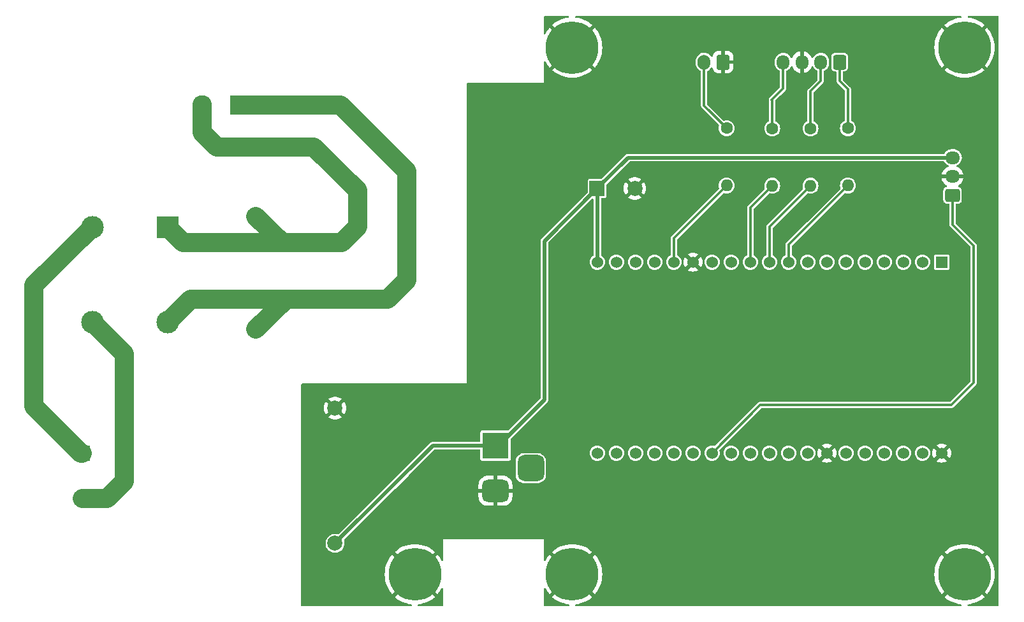
<source format=gbr>
%TF.GenerationSoftware,KiCad,Pcbnew,7.0.9*%
%TF.CreationDate,2024-01-13T11:23:32+07:00*%
%TF.ProjectId,Waterbox 2.1,57617465-7262-46f7-9820-322e312e6b69,rev?*%
%TF.SameCoordinates,Original*%
%TF.FileFunction,Copper,L2,Bot*%
%TF.FilePolarity,Positive*%
%FSLAX46Y46*%
G04 Gerber Fmt 4.6, Leading zero omitted, Abs format (unit mm)*
G04 Created by KiCad (PCBNEW 7.0.9) date 2024-01-13 11:23:32*
%MOMM*%
%LPD*%
G01*
G04 APERTURE LIST*
G04 Aperture macros list*
%AMRoundRect*
0 Rectangle with rounded corners*
0 $1 Rounding radius*
0 $2 $3 $4 $5 $6 $7 $8 $9 X,Y pos of 4 corners*
0 Add a 4 corners polygon primitive as box body*
4,1,4,$2,$3,$4,$5,$6,$7,$8,$9,$2,$3,0*
0 Add four circle primitives for the rounded corners*
1,1,$1+$1,$2,$3*
1,1,$1+$1,$4,$5*
1,1,$1+$1,$6,$7*
1,1,$1+$1,$8,$9*
0 Add four rect primitives between the rounded corners*
20,1,$1+$1,$2,$3,$4,$5,0*
20,1,$1+$1,$4,$5,$6,$7,0*
20,1,$1+$1,$6,$7,$8,$9,0*
20,1,$1+$1,$8,$9,$2,$3,0*%
G04 Aperture macros list end*
%TA.AperFunction,ComponentPad*%
%ADD10C,1.600000*%
%TD*%
%TA.AperFunction,ComponentPad*%
%ADD11O,1.600000X1.600000*%
%TD*%
%TA.AperFunction,ComponentPad*%
%ADD12R,3.500000X3.500000*%
%TD*%
%TA.AperFunction,ComponentPad*%
%ADD13RoundRect,0.750000X1.000000X-0.750000X1.000000X0.750000X-1.000000X0.750000X-1.000000X-0.750000X0*%
%TD*%
%TA.AperFunction,ComponentPad*%
%ADD14RoundRect,0.875000X0.875000X-0.875000X0.875000X0.875000X-0.875000X0.875000X-0.875000X-0.875000X0*%
%TD*%
%TA.AperFunction,ComponentPad*%
%ADD15RoundRect,0.250000X0.600000X0.725000X-0.600000X0.725000X-0.600000X-0.725000X0.600000X-0.725000X0*%
%TD*%
%TA.AperFunction,ComponentPad*%
%ADD16O,1.700000X1.950000*%
%TD*%
%TA.AperFunction,ComponentPad*%
%ADD17RoundRect,0.250000X0.725000X-0.600000X0.725000X0.600000X-0.725000X0.600000X-0.725000X-0.600000X0*%
%TD*%
%TA.AperFunction,ComponentPad*%
%ADD18O,1.950000X1.700000*%
%TD*%
%TA.AperFunction,ComponentPad*%
%ADD19C,0.800000*%
%TD*%
%TA.AperFunction,ComponentPad*%
%ADD20C,7.000000*%
%TD*%
%TA.AperFunction,ComponentPad*%
%ADD21R,2.000000X2.000000*%
%TD*%
%TA.AperFunction,ComponentPad*%
%ADD22C,2.000000*%
%TD*%
%TA.AperFunction,ComponentPad*%
%ADD23C,1.800000*%
%TD*%
%TA.AperFunction,ComponentPad*%
%ADD24R,1.530000X1.530000*%
%TD*%
%TA.AperFunction,ComponentPad*%
%ADD25C,1.530000*%
%TD*%
%TA.AperFunction,ComponentPad*%
%ADD26R,2.600000X2.600000*%
%TD*%
%TA.AperFunction,ComponentPad*%
%ADD27C,2.600000*%
%TD*%
%TA.AperFunction,ComponentPad*%
%ADD28R,3.000000X3.000000*%
%TD*%
%TA.AperFunction,ComponentPad*%
%ADD29C,3.000000*%
%TD*%
%TA.AperFunction,ComponentPad*%
%ADD30RoundRect,0.250000X0.600000X0.750000X-0.600000X0.750000X-0.600000X-0.750000X0.600000X-0.750000X0*%
%TD*%
%TA.AperFunction,ComponentPad*%
%ADD31O,1.700000X2.000000*%
%TD*%
%TA.AperFunction,ComponentPad*%
%ADD32C,2.400000*%
%TD*%
%TA.AperFunction,Conductor*%
%ADD33C,0.500000*%
%TD*%
%TA.AperFunction,Conductor*%
%ADD34C,2.500000*%
%TD*%
%TA.AperFunction,Conductor*%
%ADD35C,0.300000*%
%TD*%
G04 APERTURE END LIST*
D10*
%TO.P,R4,1*%
%TO.N,Net-(D2-A)*%
X156500000Y-67790000D03*
D11*
%TO.P,R4,2*%
%TO.N,/LED_TEL*%
X156500000Y-75410000D03*
%TD*%
D12*
%TO.P,J1,1*%
%TO.N,+5V*%
X125800000Y-110000000D03*
D13*
%TO.P,J1,2*%
%TO.N,GND*%
X125800000Y-116000000D03*
D14*
%TO.P,J1,3*%
%TO.N,N/C*%
X130500000Y-113000000D03*
%TD*%
D15*
%TO.P,LED NWK,1,BA*%
%TO.N,Net-(D1-BA)*%
X171500000Y-59000000D03*
D16*
%TO.P,LED NWK,2,GA*%
%TO.N,Net-(D1-GA)*%
X169000000Y-59000000D03*
%TO.P,LED NWK,3,K*%
%TO.N,GND*%
X166500000Y-59000000D03*
%TO.P,LED NWK,4,RA*%
%TO.N,Net-(D1-RA)*%
X164000000Y-59000000D03*
%TD*%
D17*
%TO.P,SENSOR,1,Pin_1*%
%TO.N,/Sensor_Data*%
X186500000Y-76700000D03*
D18*
%TO.P,SENSOR,2,Pin_2*%
%TO.N,GND*%
X186500000Y-74200000D03*
%TO.P,SENSOR,3,Pin_3*%
%TO.N,+5V*%
X186500000Y-71700000D03*
%TD*%
D19*
%TO.P,H7,1,1*%
%TO.N,GND*%
X133362000Y-127127000D03*
X134130845Y-125270845D03*
X134130845Y-128983155D03*
X135987000Y-124502000D03*
D20*
X135987000Y-127127000D03*
D19*
X135987000Y-129752000D03*
X137843155Y-125270845D03*
X137843155Y-128983155D03*
X138612000Y-127127000D03*
%TD*%
D21*
%TO.P,PS1,1,AC/L*%
%TO.N,Net-(PS1-AC{slash}L)*%
X70900000Y-111000000D03*
D22*
%TO.P,PS1,2,AC/N*%
%TO.N,Net-(PS1-AC{slash}N)*%
X70900000Y-117000000D03*
%TO.P,PS1,3,-Vout*%
%TO.N,GND*%
X104500000Y-105000000D03*
%TO.P,PS1,4,+Vout*%
%TO.N,+5V*%
X104500000Y-123000000D03*
%TD*%
D23*
%TO.P,RV1,1*%
%TO.N,Net-(VAC_IN1-Pin_2)*%
X105400000Y-83000000D03*
%TO.P,RV1,2*%
%TO.N,Net-(VAC_IN1-Pin_1)*%
X104000000Y-90500000D03*
%TD*%
D19*
%TO.P,H5,1,1*%
%TO.N,GND*%
X133362000Y-57071000D03*
X134130845Y-55214845D03*
X134130845Y-58927155D03*
X135987000Y-54446000D03*
D20*
X135987000Y-57071000D03*
D19*
X135987000Y-59696000D03*
X137843155Y-55214845D03*
X137843155Y-58927155D03*
X138612000Y-57071000D03*
%TD*%
D24*
%TO.P,ESP32-DEVKITC-32U,1,3V3*%
%TO.N,unconnected-(ESP32-DEVKITC-32U1-3V3-Pad1)*%
X185050000Y-85600000D03*
D25*
%TO.P,ESP32-DEVKITC-32U,2,EN*%
%TO.N,unconnected-(ESP32-DEVKITC-32U1-EN-Pad2)*%
X182510000Y-85600000D03*
%TO.P,ESP32-DEVKITC-32U,3,SENSOR_VP*%
%TO.N,unconnected-(ESP32-DEVKITC-32U1-SENSOR_VP-Pad3)*%
X179970000Y-85600000D03*
%TO.P,ESP32-DEVKITC-32U,4,SENSOR_VN*%
%TO.N,unconnected-(ESP32-DEVKITC-32U1-SENSOR_VN-Pad4)*%
X177430000Y-85600000D03*
%TO.P,ESP32-DEVKITC-32U,5,IO34*%
%TO.N,unconnected-(ESP32-DEVKITC-32U1-IO34-Pad5)*%
X174890000Y-85600000D03*
%TO.P,ESP32-DEVKITC-32U,6,IO35*%
%TO.N,unconnected-(ESP32-DEVKITC-32U1-IO35-Pad6)*%
X172350000Y-85600000D03*
%TO.P,ESP32-DEVKITC-32U,7,IO32*%
%TO.N,unconnected-(ESP32-DEVKITC-32U1-IO32-Pad7)*%
X169810000Y-85600000D03*
%TO.P,ESP32-DEVKITC-32U,8,IO33*%
%TO.N,unconnected-(ESP32-DEVKITC-32U1-IO33-Pad8)*%
X167270000Y-85600000D03*
%TO.P,ESP32-DEVKITC-32U,9,IO25*%
%TO.N,/RGBLED_B*%
X164730000Y-85600000D03*
%TO.P,ESP32-DEVKITC-32U,10,IO26*%
%TO.N,/RGBLED_G*%
X162190000Y-85600000D03*
%TO.P,ESP32-DEVKITC-32U,11,IO27*%
%TO.N,/RGBLED_R*%
X159650000Y-85600000D03*
%TO.P,ESP32-DEVKITC-32U,12,IO14*%
%TO.N,unconnected-(ESP32-DEVKITC-32U1-IO14-Pad12)*%
X157110000Y-85600000D03*
%TO.P,ESP32-DEVKITC-32U,13,IO12*%
%TO.N,unconnected-(ESP32-DEVKITC-32U1-IO12-Pad13)*%
X154570000Y-85600000D03*
%TO.P,ESP32-DEVKITC-32U,14,GND1*%
%TO.N,GND*%
X152030000Y-85600000D03*
%TO.P,ESP32-DEVKITC-32U,15,IO13*%
%TO.N,/LED_TEL*%
X149490000Y-85600000D03*
%TO.P,ESP32-DEVKITC-32U,16,SD2*%
%TO.N,unconnected-(ESP32-DEVKITC-32U1-SD2-Pad16)*%
X146950000Y-85600000D03*
%TO.P,ESP32-DEVKITC-32U,17,SD3*%
%TO.N,unconnected-(ESP32-DEVKITC-32U1-SD3-Pad17)*%
X144410000Y-85600000D03*
%TO.P,ESP32-DEVKITC-32U,18,CMD*%
%TO.N,unconnected-(ESP32-DEVKITC-32U1-CMD-Pad18)*%
X141870000Y-85600000D03*
%TO.P,ESP32-DEVKITC-32U,19,EXT_5V*%
%TO.N,+5V*%
X139330000Y-85600000D03*
%TO.P,ESP32-DEVKITC-32U,20,CLK*%
%TO.N,unconnected-(ESP32-DEVKITC-32U1-CLK-Pad20)*%
X139330000Y-111000000D03*
%TO.P,ESP32-DEVKITC-32U,21,SD0*%
%TO.N,unconnected-(ESP32-DEVKITC-32U1-SD0-Pad21)*%
X141870000Y-111000000D03*
%TO.P,ESP32-DEVKITC-32U,22,SD1*%
%TO.N,unconnected-(ESP32-DEVKITC-32U1-SD1-Pad22)*%
X144410000Y-111000000D03*
%TO.P,ESP32-DEVKITC-32U,23,IO15*%
%TO.N,unconnected-(ESP32-DEVKITC-32U1-IO15-Pad23)*%
X146950000Y-111000000D03*
%TO.P,ESP32-DEVKITC-32U,24,IO2*%
%TO.N,unconnected-(ESP32-DEVKITC-32U1-IO2-Pad24)*%
X149490000Y-111000000D03*
%TO.P,ESP32-DEVKITC-32U,25,IO0*%
%TO.N,unconnected-(ESP32-DEVKITC-32U1-IO0-Pad25)*%
X152030000Y-111000000D03*
%TO.P,ESP32-DEVKITC-32U,26,IO4*%
%TO.N,/Sensor_Data*%
X154570000Y-111000000D03*
%TO.P,ESP32-DEVKITC-32U,27,IO16*%
%TO.N,unconnected-(ESP32-DEVKITC-32U1-IO16-Pad27)*%
X157110000Y-111000000D03*
%TO.P,ESP32-DEVKITC-32U,28,IO17*%
%TO.N,unconnected-(ESP32-DEVKITC-32U1-IO17-Pad28)*%
X159650000Y-111000000D03*
%TO.P,ESP32-DEVKITC-32U,29,IO5*%
%TO.N,unconnected-(ESP32-DEVKITC-32U1-IO5-Pad29)*%
X162190000Y-111000000D03*
%TO.P,ESP32-DEVKITC-32U,30,IO18*%
%TO.N,unconnected-(ESP32-DEVKITC-32U1-IO18-Pad30)*%
X164730000Y-111000000D03*
%TO.P,ESP32-DEVKITC-32U,31,IO19*%
%TO.N,unconnected-(ESP32-DEVKITC-32U1-IO19-Pad31)*%
X167270000Y-111000000D03*
%TO.P,ESP32-DEVKITC-32U,32,GND2*%
%TO.N,GND*%
X169810000Y-111000000D03*
%TO.P,ESP32-DEVKITC-32U,33,IO21*%
%TO.N,unconnected-(ESP32-DEVKITC-32U1-IO21-Pad33)*%
X172350000Y-111000000D03*
%TO.P,ESP32-DEVKITC-32U,34,RXD0*%
%TO.N,unconnected-(ESP32-DEVKITC-32U1-RXD0-Pad34)*%
X174890000Y-111000000D03*
%TO.P,ESP32-DEVKITC-32U,35,TXD0*%
%TO.N,unconnected-(ESP32-DEVKITC-32U1-TXD0-Pad35)*%
X177430000Y-111000000D03*
%TO.P,ESP32-DEVKITC-32U,36,IO22*%
%TO.N,unconnected-(ESP32-DEVKITC-32U1-IO22-Pad36)*%
X179970000Y-111000000D03*
%TO.P,ESP32-DEVKITC-32U,37,IO23*%
%TO.N,unconnected-(ESP32-DEVKITC-32U1-IO23-Pad37)*%
X182510000Y-111000000D03*
%TO.P,ESP32-DEVKITC-32U,38,GND3*%
%TO.N,GND*%
X185050000Y-111000000D03*
%TD*%
D26*
%TO.P,VAC_IN1,1,Pin_1*%
%TO.N,Net-(VAC_IN1-Pin_1)*%
X91857500Y-64695000D03*
D27*
%TO.P,VAC_IN1,2,Pin_2*%
%TO.N,Net-(VAC_IN1-Pin_2)*%
X86857500Y-64695000D03*
%TD*%
D19*
%TO.P,H4,1,1*%
%TO.N,GND*%
X112469000Y-127127000D03*
X113237845Y-125270845D03*
X113237845Y-128983155D03*
X115094000Y-124502000D03*
D20*
X115094000Y-127127000D03*
D19*
X115094000Y-129752000D03*
X116950155Y-125270845D03*
X116950155Y-128983155D03*
X117719000Y-127127000D03*
%TD*%
%TO.P,H6,1,1*%
%TO.N,GND*%
X185462000Y-57071000D03*
X186230845Y-55214845D03*
X186230845Y-58927155D03*
X188087000Y-54446000D03*
D20*
X188087000Y-57071000D03*
D19*
X188087000Y-59696000D03*
X189943155Y-55214845D03*
X189943155Y-58927155D03*
X190712000Y-57071000D03*
%TD*%
D21*
%TO.P,C2,1*%
%TO.N,+5V*%
X139300000Y-75800000D03*
D22*
%TO.P,C2,2*%
%TO.N,GND*%
X144300000Y-75800000D03*
%TD*%
D28*
%TO.P,FL1,1,1*%
%TO.N,Net-(VAC_IN1-Pin_2)*%
X82250000Y-80950000D03*
D29*
%TO.P,FL1,2,2*%
%TO.N,Net-(PS1-AC{slash}L)*%
X72250000Y-80950000D03*
%TO.P,FL1,3,3*%
%TO.N,Net-(PS1-AC{slash}N)*%
X72250000Y-93550000D03*
%TO.P,FL1,4,4*%
%TO.N,Net-(VAC_IN1-Pin_1)*%
X82250000Y-93550000D03*
%TD*%
D10*
%TO.P,R2,1*%
%TO.N,Net-(D1-GA)*%
X167640000Y-67818000D03*
D11*
%TO.P,R2,2*%
%TO.N,/RGBLED_G*%
X167640000Y-75438000D03*
%TD*%
D30*
%TO.P,LED DATA,1,K*%
%TO.N,GND*%
X156000000Y-59000000D03*
D31*
%TO.P,LED DATA,2,A*%
%TO.N,Net-(D2-A)*%
X153500000Y-59000000D03*
%TD*%
D32*
%TO.P,C1,1*%
%TO.N,Net-(VAC_IN1-Pin_2)*%
X94000000Y-79500000D03*
%TO.P,C1,2*%
%TO.N,Net-(VAC_IN1-Pin_1)*%
X94000000Y-94500000D03*
%TD*%
D10*
%TO.P,R3,1*%
%TO.N,Net-(D1-RA)*%
X162560000Y-67818000D03*
D11*
%TO.P,R3,2*%
%TO.N,/RGBLED_R*%
X162560000Y-75438000D03*
%TD*%
D19*
%TO.P,H8,1,1*%
%TO.N,GND*%
X185462000Y-127127000D03*
X186230845Y-125270845D03*
X186230845Y-128983155D03*
X188087000Y-124502000D03*
D20*
X188087000Y-127127000D03*
D19*
X188087000Y-129752000D03*
X189943155Y-125270845D03*
X189943155Y-128983155D03*
X190712000Y-127127000D03*
%TD*%
D10*
%TO.P,R1,1*%
%TO.N,Net-(D1-BA)*%
X172600000Y-67790000D03*
D11*
%TO.P,R1,2*%
%TO.N,/RGBLED_B*%
X172600000Y-75410000D03*
%TD*%
D33*
%TO.N,+5V*%
X126200000Y-110000000D02*
X125800000Y-110000000D01*
X139300000Y-75800000D02*
X132300000Y-82800000D01*
X143400000Y-71700000D02*
X186500000Y-71700000D01*
X117500000Y-110000000D02*
X104500000Y-123000000D01*
X139330000Y-85600000D02*
X139330000Y-75830000D01*
X132300000Y-82800000D02*
X132300000Y-103900000D01*
X139330000Y-75830000D02*
X139300000Y-75800000D01*
X125800000Y-110000000D02*
X117500000Y-110000000D01*
X139300000Y-75800000D02*
X143400000Y-71700000D01*
X132300000Y-103900000D02*
X126200000Y-110000000D01*
D34*
%TO.N,Net-(VAC_IN1-Pin_2)*%
X105400000Y-83000000D02*
X97750000Y-83000000D01*
X101700000Y-70300000D02*
X88800000Y-70300000D01*
X97500000Y-83000000D02*
X97750000Y-83000000D01*
X88800000Y-70300000D02*
X86857500Y-68357500D01*
X94000000Y-79500000D02*
X97500000Y-83000000D01*
X94000000Y-83000000D02*
X84300000Y-83000000D01*
X84300000Y-83000000D02*
X82250000Y-80950000D01*
X97750000Y-83000000D02*
X94000000Y-83000000D01*
X107500000Y-76100000D02*
X101700000Y-70300000D01*
X86857500Y-68357500D02*
X86857500Y-64695000D01*
X105400000Y-83000000D02*
X107500000Y-80900000D01*
X107500000Y-80900000D02*
X107500000Y-76100000D01*
D35*
%TO.N,Net-(D1-BA)*%
X171500000Y-59000000D02*
X171500000Y-61500000D01*
X171500000Y-61500000D02*
X172600000Y-62600000D01*
X172600000Y-62600000D02*
X172600000Y-67790000D01*
D34*
%TO.N,Net-(PS1-AC{slash}L)*%
X64500000Y-88700000D02*
X72250000Y-80950000D01*
X70900000Y-111000000D02*
X70750000Y-111000000D01*
X64500000Y-104750000D02*
X64500000Y-88700000D01*
X70750000Y-111000000D02*
X64500000Y-104750000D01*
%TO.N,Net-(PS1-AC{slash}N)*%
X74250000Y-117000000D02*
X76500000Y-114750000D01*
X76500000Y-97800000D02*
X72250000Y-93550000D01*
X76500000Y-114750000D02*
X76500000Y-97800000D01*
X70900000Y-117000000D02*
X74250000Y-117000000D01*
D35*
%TO.N,Net-(D1-GA)*%
X167640000Y-67818000D02*
X167640000Y-62860000D01*
X169000000Y-61500000D02*
X169000000Y-59000000D01*
X167640000Y-62860000D02*
X169000000Y-61500000D01*
%TO.N,Net-(D1-RA)*%
X162500000Y-64000000D02*
X162560000Y-64060000D01*
X164000000Y-62500000D02*
X162500000Y-64000000D01*
X162560000Y-64060000D02*
X162560000Y-67818000D01*
X164000000Y-59000000D02*
X164000000Y-62500000D01*
%TO.N,Net-(D2-A)*%
X153500000Y-64790000D02*
X156500000Y-67790000D01*
X153500000Y-59000000D02*
X153500000Y-64790000D01*
D34*
%TO.N,Net-(VAC_IN1-Pin_1)*%
X105195000Y-64695000D02*
X91857500Y-64695000D01*
X104000000Y-90500000D02*
X98000000Y-90500000D01*
X98000000Y-90500000D02*
X94000000Y-90500000D01*
X104000000Y-90500000D02*
X111500000Y-90500000D01*
X111500000Y-90500000D02*
X114000000Y-88000000D01*
X114000000Y-88000000D02*
X114000000Y-73500000D01*
X85300000Y-90500000D02*
X82250000Y-93550000D01*
X114000000Y-73500000D02*
X105195000Y-64695000D01*
X94000000Y-94500000D02*
X98000000Y-90500000D01*
X94000000Y-90500000D02*
X85300000Y-90500000D01*
D35*
%TO.N,/RGBLED_B*%
X164730000Y-83280000D02*
X172600000Y-75410000D01*
X164730000Y-85600000D02*
X164730000Y-83280000D01*
%TO.N,/RGBLED_G*%
X162190000Y-85600000D02*
X162190000Y-80888000D01*
X162190000Y-80888000D02*
X167640000Y-75438000D01*
%TO.N,/RGBLED_R*%
X159650000Y-85600000D02*
X159650000Y-78348000D01*
X159650000Y-78348000D02*
X162560000Y-75438000D01*
%TO.N,/LED_TEL*%
X149490000Y-85600000D02*
X149490000Y-82420000D01*
X149490000Y-82420000D02*
X156500000Y-75410000D01*
%TO.N,/Sensor_Data*%
X189300000Y-83400000D02*
X189300000Y-101600000D01*
X160970000Y-104600000D02*
X154570000Y-111000000D01*
X189300000Y-83400000D02*
X186500000Y-80600000D01*
X186500000Y-80600000D02*
X186500000Y-76700000D01*
X186300000Y-104600000D02*
X160970000Y-104600000D01*
X189300000Y-101600000D02*
X186300000Y-104600000D01*
%TD*%
%TA.AperFunction,Conductor*%
%TO.N,GND*%
G36*
X187622146Y-52876459D02*
G01*
X187667901Y-52929263D01*
X187677845Y-52998421D01*
X187648820Y-53061977D01*
X187590042Y-53099751D01*
X187573302Y-53103432D01*
X187305691Y-53143129D01*
X186924450Y-53238625D01*
X186554440Y-53371016D01*
X186554424Y-53371023D01*
X186199135Y-53539062D01*
X185862041Y-53741109D01*
X185546368Y-53975228D01*
X185440622Y-54071069D01*
X186390209Y-55020656D01*
X186328390Y-54979350D01*
X186255469Y-54964845D01*
X186206221Y-54964845D01*
X186133300Y-54979350D01*
X186050605Y-55034605D01*
X185995350Y-55117300D01*
X185975947Y-55214845D01*
X185995350Y-55312390D01*
X186036655Y-55374208D01*
X185087069Y-54424622D01*
X184991228Y-54530368D01*
X184757109Y-54846041D01*
X184555062Y-55183135D01*
X184387023Y-55538424D01*
X184387016Y-55538440D01*
X184254625Y-55908450D01*
X184159129Y-56289691D01*
X184101461Y-56678449D01*
X184082176Y-57071000D01*
X184101461Y-57463550D01*
X184159129Y-57852308D01*
X184254625Y-58233549D01*
X184387016Y-58603559D01*
X184387023Y-58603575D01*
X184555062Y-58958864D01*
X184757109Y-59295958D01*
X184991228Y-59611632D01*
X185087068Y-59717376D01*
X185087069Y-59717376D01*
X186036658Y-58767786D01*
X185995350Y-58829610D01*
X185975947Y-58927155D01*
X185995350Y-59024700D01*
X186050605Y-59107395D01*
X186133300Y-59162650D01*
X186206221Y-59177155D01*
X186255469Y-59177155D01*
X186328390Y-59162650D01*
X186390205Y-59121346D01*
X185440622Y-60070929D01*
X185440622Y-60070930D01*
X185546367Y-60166771D01*
X185862041Y-60400890D01*
X186199135Y-60602937D01*
X186554424Y-60770976D01*
X186554440Y-60770983D01*
X186924450Y-60903374D01*
X187305691Y-60998870D01*
X187694449Y-61056538D01*
X188087000Y-61075823D01*
X188479550Y-61056538D01*
X188868308Y-60998870D01*
X189249549Y-60903374D01*
X189619559Y-60770983D01*
X189619575Y-60770976D01*
X189974864Y-60602937D01*
X190311958Y-60400890D01*
X190627632Y-60166770D01*
X190733376Y-60070929D01*
X189783790Y-59121343D01*
X189845610Y-59162650D01*
X189918531Y-59177155D01*
X189967779Y-59177155D01*
X190040700Y-59162650D01*
X190123395Y-59107395D01*
X190178650Y-59024700D01*
X190198053Y-58927155D01*
X190178650Y-58829610D01*
X190137343Y-58767790D01*
X191086929Y-59717376D01*
X191182770Y-59611632D01*
X191416890Y-59295958D01*
X191618937Y-58958864D01*
X191786976Y-58603575D01*
X191786983Y-58603559D01*
X191919374Y-58233549D01*
X192014870Y-57852308D01*
X192072538Y-57463550D01*
X192091823Y-57071000D01*
X192072538Y-56678449D01*
X192014870Y-56289691D01*
X191919374Y-55908450D01*
X191786983Y-55538440D01*
X191786976Y-55538424D01*
X191618937Y-55183135D01*
X191416890Y-54846041D01*
X191182771Y-54530367D01*
X191086930Y-54424622D01*
X191086929Y-54424622D01*
X190137346Y-55374204D01*
X190178650Y-55312390D01*
X190198053Y-55214845D01*
X190178650Y-55117300D01*
X190123395Y-55034605D01*
X190040700Y-54979350D01*
X189967779Y-54964845D01*
X189918531Y-54964845D01*
X189845610Y-54979350D01*
X189783787Y-55020658D01*
X190733376Y-54071069D01*
X190733376Y-54071068D01*
X190627632Y-53975228D01*
X190311958Y-53741109D01*
X189974864Y-53539062D01*
X189619575Y-53371023D01*
X189619559Y-53371016D01*
X189249549Y-53238625D01*
X188868308Y-53143129D01*
X188600698Y-53103432D01*
X188537273Y-53074123D01*
X188499761Y-53015177D01*
X188500073Y-52945308D01*
X188538110Y-52886699D01*
X188601794Y-52857959D01*
X188618893Y-52856774D01*
X192503500Y-52856774D01*
X192570539Y-52876459D01*
X192616294Y-52929263D01*
X192627500Y-52980774D01*
X192627500Y-131217774D01*
X192607815Y-131284813D01*
X192555011Y-131330568D01*
X192503500Y-131341774D01*
X188615198Y-131341774D01*
X188548159Y-131322089D01*
X188502404Y-131269285D01*
X188492460Y-131200127D01*
X188521485Y-131136571D01*
X188580263Y-131098797D01*
X188597003Y-131095116D01*
X188868308Y-131054870D01*
X189249549Y-130959374D01*
X189619559Y-130826983D01*
X189619575Y-130826976D01*
X189974864Y-130658937D01*
X190311958Y-130456890D01*
X190627632Y-130222770D01*
X190733376Y-130126929D01*
X189783790Y-129177343D01*
X189845610Y-129218650D01*
X189918531Y-129233155D01*
X189967779Y-129233155D01*
X190040700Y-129218650D01*
X190123395Y-129163395D01*
X190178650Y-129080700D01*
X190198053Y-128983155D01*
X190178650Y-128885610D01*
X190137343Y-128823790D01*
X191086929Y-129773376D01*
X191182770Y-129667632D01*
X191416890Y-129351958D01*
X191618937Y-129014864D01*
X191786976Y-128659575D01*
X191786983Y-128659559D01*
X191919374Y-128289549D01*
X192014870Y-127908308D01*
X192072538Y-127519550D01*
X192091823Y-127127000D01*
X192072538Y-126734449D01*
X192014870Y-126345691D01*
X191919374Y-125964450D01*
X191786983Y-125594440D01*
X191786976Y-125594424D01*
X191618937Y-125239135D01*
X191416890Y-124902041D01*
X191182771Y-124586367D01*
X191086930Y-124480622D01*
X191086929Y-124480622D01*
X190137346Y-125430204D01*
X190178650Y-125368390D01*
X190198053Y-125270845D01*
X190178650Y-125173300D01*
X190123395Y-125090605D01*
X190040700Y-125035350D01*
X189967779Y-125020845D01*
X189918531Y-125020845D01*
X189845610Y-125035350D01*
X189783787Y-125076658D01*
X190733376Y-124127069D01*
X190733376Y-124127068D01*
X190627632Y-124031228D01*
X190311958Y-123797109D01*
X189974864Y-123595062D01*
X189619575Y-123427023D01*
X189619559Y-123427016D01*
X189249549Y-123294625D01*
X188868308Y-123199129D01*
X188479550Y-123141461D01*
X188087000Y-123122176D01*
X187694449Y-123141461D01*
X187305691Y-123199129D01*
X186924450Y-123294625D01*
X186554440Y-123427016D01*
X186554424Y-123427023D01*
X186199135Y-123595062D01*
X185862041Y-123797109D01*
X185546368Y-124031228D01*
X185440622Y-124127069D01*
X186390209Y-125076656D01*
X186328390Y-125035350D01*
X186255469Y-125020845D01*
X186206221Y-125020845D01*
X186133300Y-125035350D01*
X186050605Y-125090605D01*
X185995350Y-125173300D01*
X185975947Y-125270845D01*
X185995350Y-125368390D01*
X186036655Y-125430208D01*
X185087069Y-124480622D01*
X184991228Y-124586368D01*
X184757109Y-124902041D01*
X184555062Y-125239135D01*
X184387023Y-125594424D01*
X184387016Y-125594440D01*
X184254625Y-125964450D01*
X184159129Y-126345691D01*
X184101461Y-126734449D01*
X184082176Y-127127000D01*
X184101461Y-127519550D01*
X184159129Y-127908308D01*
X184254625Y-128289549D01*
X184387016Y-128659559D01*
X184387023Y-128659575D01*
X184555062Y-129014864D01*
X184757109Y-129351958D01*
X184991228Y-129667632D01*
X185087068Y-129773376D01*
X185087069Y-129773376D01*
X186036658Y-128823786D01*
X185995350Y-128885610D01*
X185975947Y-128983155D01*
X185995350Y-129080700D01*
X186050605Y-129163395D01*
X186133300Y-129218650D01*
X186206221Y-129233155D01*
X186255469Y-129233155D01*
X186328390Y-129218650D01*
X186390205Y-129177346D01*
X185440622Y-130126929D01*
X185440622Y-130126930D01*
X185546367Y-130222771D01*
X185862041Y-130456890D01*
X186199135Y-130658937D01*
X186554424Y-130826976D01*
X186554440Y-130826983D01*
X186924450Y-130959374D01*
X187305691Y-131054870D01*
X187576997Y-131095116D01*
X187640422Y-131124425D01*
X187677934Y-131183371D01*
X187677622Y-131253240D01*
X187639585Y-131311849D01*
X187575901Y-131340589D01*
X187558802Y-131341774D01*
X136515198Y-131341774D01*
X136448159Y-131322089D01*
X136402404Y-131269285D01*
X136392460Y-131200127D01*
X136421485Y-131136571D01*
X136480263Y-131098797D01*
X136497003Y-131095116D01*
X136768308Y-131054870D01*
X137149549Y-130959374D01*
X137519559Y-130826983D01*
X137519575Y-130826976D01*
X137874864Y-130658937D01*
X138211958Y-130456890D01*
X138527632Y-130222770D01*
X138633376Y-130126929D01*
X137683790Y-129177343D01*
X137745610Y-129218650D01*
X137818531Y-129233155D01*
X137867779Y-129233155D01*
X137940700Y-129218650D01*
X138023395Y-129163395D01*
X138078650Y-129080700D01*
X138098053Y-128983155D01*
X138078650Y-128885610D01*
X138037343Y-128823790D01*
X138986929Y-129773376D01*
X139082770Y-129667632D01*
X139316890Y-129351958D01*
X139518937Y-129014864D01*
X139686976Y-128659575D01*
X139686983Y-128659559D01*
X139819374Y-128289549D01*
X139914870Y-127908308D01*
X139972538Y-127519550D01*
X139991823Y-127127000D01*
X139972538Y-126734449D01*
X139914870Y-126345691D01*
X139819374Y-125964450D01*
X139686983Y-125594440D01*
X139686976Y-125594424D01*
X139518937Y-125239135D01*
X139316890Y-124902041D01*
X139082771Y-124586367D01*
X138986930Y-124480622D01*
X138986929Y-124480622D01*
X138037346Y-125430204D01*
X138078650Y-125368390D01*
X138098053Y-125270845D01*
X138078650Y-125173300D01*
X138023395Y-125090605D01*
X137940700Y-125035350D01*
X137867779Y-125020845D01*
X137818531Y-125020845D01*
X137745610Y-125035350D01*
X137683787Y-125076658D01*
X138633376Y-124127069D01*
X138633376Y-124127068D01*
X138527632Y-124031228D01*
X138211958Y-123797109D01*
X137874864Y-123595062D01*
X137519575Y-123427023D01*
X137519559Y-123427016D01*
X137149549Y-123294625D01*
X136768308Y-123199129D01*
X136379550Y-123141461D01*
X135987000Y-123122176D01*
X135594449Y-123141461D01*
X135205691Y-123199129D01*
X134824450Y-123294625D01*
X134454440Y-123427016D01*
X134454424Y-123427023D01*
X134099135Y-123595062D01*
X133762041Y-123797109D01*
X133446368Y-124031228D01*
X133340622Y-124127069D01*
X134290209Y-125076656D01*
X134228390Y-125035350D01*
X134155469Y-125020845D01*
X134106221Y-125020845D01*
X134033300Y-125035350D01*
X133950605Y-125090605D01*
X133895350Y-125173300D01*
X133875947Y-125270845D01*
X133895350Y-125368390D01*
X133936656Y-125430209D01*
X132987069Y-124480622D01*
X132891228Y-124586368D01*
X132657109Y-124902041D01*
X132455060Y-125239140D01*
X132455056Y-125239146D01*
X132444594Y-125261268D01*
X132398136Y-125313455D01*
X132330839Y-125332240D01*
X132264070Y-125311659D01*
X132219026Y-125258247D01*
X132208500Y-125208251D01*
X132208500Y-122477033D01*
X132208528Y-122476890D01*
X132208524Y-122476890D01*
X132208539Y-122452276D01*
X132208541Y-122452274D01*
X132208462Y-122452082D01*
X132208384Y-122451892D01*
X132208382Y-122451890D01*
X132208099Y-122451774D01*
X132208000Y-122451733D01*
X132183446Y-122451733D01*
X132183240Y-122451774D01*
X118897760Y-122451774D01*
X118897554Y-122451733D01*
X118873000Y-122451733D01*
X118872901Y-122451774D01*
X118872617Y-122451890D01*
X118872615Y-122451892D01*
X118872459Y-122452273D01*
X118872476Y-122476890D01*
X118872471Y-122476890D01*
X118872500Y-122477033D01*
X118872500Y-125208251D01*
X118852815Y-125275290D01*
X118800011Y-125321045D01*
X118730853Y-125330989D01*
X118667297Y-125301964D01*
X118636406Y-125261268D01*
X118625943Y-125239146D01*
X118625939Y-125239140D01*
X118423890Y-124902041D01*
X118189771Y-124586367D01*
X118093930Y-124480622D01*
X118093929Y-124480622D01*
X117144346Y-125430204D01*
X117185650Y-125368390D01*
X117205053Y-125270845D01*
X117185650Y-125173300D01*
X117130395Y-125090605D01*
X117047700Y-125035350D01*
X116974779Y-125020845D01*
X116925531Y-125020845D01*
X116852610Y-125035350D01*
X116790787Y-125076658D01*
X117740376Y-124127069D01*
X117740376Y-124127068D01*
X117634632Y-124031228D01*
X117318958Y-123797109D01*
X116981864Y-123595062D01*
X116626575Y-123427023D01*
X116626559Y-123427016D01*
X116256549Y-123294625D01*
X115875308Y-123199129D01*
X115486550Y-123141461D01*
X115094000Y-123122176D01*
X114701449Y-123141461D01*
X114312691Y-123199129D01*
X113931450Y-123294625D01*
X113561440Y-123427016D01*
X113561424Y-123427023D01*
X113206135Y-123595062D01*
X112869041Y-123797109D01*
X112553368Y-124031228D01*
X112447622Y-124127069D01*
X113397209Y-125076656D01*
X113335390Y-125035350D01*
X113262469Y-125020845D01*
X113213221Y-125020845D01*
X113140300Y-125035350D01*
X113057605Y-125090605D01*
X113002350Y-125173300D01*
X112982947Y-125270845D01*
X113002350Y-125368390D01*
X113043656Y-125430209D01*
X112094069Y-124480622D01*
X111998228Y-124586368D01*
X111764109Y-124902041D01*
X111562062Y-125239135D01*
X111394023Y-125594424D01*
X111394016Y-125594440D01*
X111261625Y-125964450D01*
X111166129Y-126345691D01*
X111108461Y-126734449D01*
X111089176Y-127127000D01*
X111108461Y-127519550D01*
X111166129Y-127908308D01*
X111261625Y-128289549D01*
X111394016Y-128659559D01*
X111394023Y-128659575D01*
X111562062Y-129014864D01*
X111764109Y-129351958D01*
X111998228Y-129667632D01*
X112094068Y-129773376D01*
X112094069Y-129773376D01*
X113043658Y-128823786D01*
X113002350Y-128885610D01*
X112982947Y-128983155D01*
X113002350Y-129080700D01*
X113057605Y-129163395D01*
X113140300Y-129218650D01*
X113213221Y-129233155D01*
X113262469Y-129233155D01*
X113335390Y-129218650D01*
X113397205Y-129177346D01*
X112447622Y-130126929D01*
X112447622Y-130126930D01*
X112553367Y-130222771D01*
X112869041Y-130456890D01*
X113206135Y-130658937D01*
X113561424Y-130826976D01*
X113561440Y-130826983D01*
X113931450Y-130959374D01*
X114312691Y-131054870D01*
X114583997Y-131095116D01*
X114647422Y-131124425D01*
X114684934Y-131183371D01*
X114684622Y-131253240D01*
X114646585Y-131311849D01*
X114582901Y-131340589D01*
X114565802Y-131341774D01*
X100124000Y-131341774D01*
X100056961Y-131322089D01*
X100011206Y-131269285D01*
X100000000Y-131217774D01*
X100000000Y-123000002D01*
X103240708Y-123000002D01*
X103251396Y-123122176D01*
X103259839Y-123218674D01*
X103316653Y-123430703D01*
X103316654Y-123430706D01*
X103316655Y-123430708D01*
X103409419Y-123629642D01*
X103409423Y-123629650D01*
X103535322Y-123809452D01*
X103535327Y-123809458D01*
X103690541Y-123964672D01*
X103690547Y-123964677D01*
X103870349Y-124090576D01*
X103870351Y-124090577D01*
X103870354Y-124090579D01*
X104069297Y-124183347D01*
X104281326Y-124240161D01*
X104437521Y-124253826D01*
X104499998Y-124259292D01*
X104500000Y-124259292D01*
X104500002Y-124259292D01*
X104554668Y-124254509D01*
X104718674Y-124240161D01*
X104930703Y-124183347D01*
X105129646Y-124090579D01*
X105309457Y-123964674D01*
X105464674Y-123809457D01*
X105590579Y-123629646D01*
X105683347Y-123430703D01*
X105740161Y-123218674D01*
X105759292Y-123000000D01*
X105740161Y-122781326D01*
X105693597Y-122607550D01*
X105695260Y-122537703D01*
X105725689Y-122487780D01*
X112463470Y-115750000D01*
X123550000Y-115750000D01*
X124366314Y-115750000D01*
X124340507Y-115790156D01*
X124300000Y-115928111D01*
X124300000Y-116071889D01*
X124340507Y-116209844D01*
X124366314Y-116250000D01*
X123550001Y-116250000D01*
X123550001Y-116814192D01*
X123560400Y-116946332D01*
X123615377Y-117164519D01*
X123708428Y-117369374D01*
X123708431Y-117369380D01*
X123836559Y-117554323D01*
X123836569Y-117554335D01*
X123995664Y-117713430D01*
X123995676Y-117713440D01*
X124180619Y-117841568D01*
X124180625Y-117841571D01*
X124385480Y-117934622D01*
X124603667Y-117989599D01*
X124735807Y-118000000D01*
X125549999Y-117999999D01*
X125550000Y-117999998D01*
X125550000Y-116500000D01*
X126050000Y-116500000D01*
X126050000Y-117999999D01*
X126864192Y-117999999D01*
X126996332Y-117989599D01*
X127214519Y-117934622D01*
X127419374Y-117841571D01*
X127419380Y-117841568D01*
X127604323Y-117713440D01*
X127604335Y-117713430D01*
X127763430Y-117554335D01*
X127763440Y-117554323D01*
X127891568Y-117369380D01*
X127891571Y-117369374D01*
X127984622Y-117164519D01*
X128039599Y-116946332D01*
X128050000Y-116814194D01*
X128050000Y-116250000D01*
X127233686Y-116250000D01*
X127259493Y-116209844D01*
X127300000Y-116071889D01*
X127300000Y-115928111D01*
X127259493Y-115790156D01*
X127233686Y-115750000D01*
X128049999Y-115750000D01*
X128049999Y-115185808D01*
X128039599Y-115053667D01*
X127984622Y-114835480D01*
X127891571Y-114630625D01*
X127891568Y-114630619D01*
X127763440Y-114445676D01*
X127763430Y-114445664D01*
X127604335Y-114286569D01*
X127604323Y-114286559D01*
X127419380Y-114158431D01*
X127419374Y-114158428D01*
X127214519Y-114065377D01*
X126996332Y-114010400D01*
X126864194Y-114000000D01*
X126050000Y-114000000D01*
X126050000Y-115500000D01*
X125550000Y-115500000D01*
X125550000Y-114000000D01*
X125549999Y-114000000D01*
X124735808Y-114000001D01*
X124603667Y-114010400D01*
X124385480Y-114065377D01*
X124180625Y-114158428D01*
X124180619Y-114158431D01*
X123995676Y-114286559D01*
X123995664Y-114286569D01*
X123836569Y-114445664D01*
X123836559Y-114445676D01*
X123708431Y-114630619D01*
X123708428Y-114630625D01*
X123615377Y-114835480D01*
X123560400Y-115053667D01*
X123550000Y-115185806D01*
X123550000Y-115750000D01*
X112463470Y-115750000D01*
X114252221Y-113961249D01*
X128495500Y-113961249D01*
X128498386Y-114009708D01*
X128544235Y-114220472D01*
X128544238Y-114220483D01*
X128629150Y-114418771D01*
X128750052Y-114597406D01*
X128750060Y-114597415D01*
X128902584Y-114749939D01*
X128902593Y-114749947D01*
X129028970Y-114835480D01*
X129081226Y-114870848D01*
X129279518Y-114955762D01*
X129279526Y-114955763D01*
X129279527Y-114955764D01*
X129490291Y-115001613D01*
X129490292Y-115001613D01*
X129490297Y-115001614D01*
X129538746Y-115004500D01*
X129538751Y-115004500D01*
X131461249Y-115004500D01*
X131461254Y-115004500D01*
X131509703Y-115001614D01*
X131720482Y-114955762D01*
X131918774Y-114870848D01*
X132097413Y-114749942D01*
X132249942Y-114597413D01*
X132370848Y-114418774D01*
X132455762Y-114220482D01*
X132501614Y-114009703D01*
X132504500Y-113961254D01*
X132504500Y-112038746D01*
X132501614Y-111990297D01*
X132501491Y-111989733D01*
X132455764Y-111779527D01*
X132455761Y-111779516D01*
X132453855Y-111775066D01*
X132370848Y-111581226D01*
X132322641Y-111510000D01*
X132249947Y-111402593D01*
X132249939Y-111402584D01*
X132097415Y-111250060D01*
X132097406Y-111250052D01*
X131918771Y-111129150D01*
X131720483Y-111044238D01*
X131720472Y-111044235D01*
X131517127Y-111000000D01*
X138305567Y-111000000D01*
X138325250Y-111199855D01*
X138383548Y-111392038D01*
X138478210Y-111569138D01*
X138478215Y-111569144D01*
X138605615Y-111724384D01*
X138760855Y-111851784D01*
X138760861Y-111851789D01*
X138937961Y-111946451D01*
X138937963Y-111946451D01*
X138937966Y-111946453D01*
X139130143Y-112004749D01*
X139330000Y-112024433D01*
X139529857Y-112004749D01*
X139722034Y-111946453D01*
X139722038Y-111946451D01*
X139899138Y-111851789D01*
X139899140Y-111851786D01*
X139899144Y-111851785D01*
X140054384Y-111724384D01*
X140181785Y-111569144D01*
X140181786Y-111569140D01*
X140181789Y-111569138D01*
X140276451Y-111392038D01*
X140276451Y-111392037D01*
X140276453Y-111392034D01*
X140334749Y-111199857D01*
X140354433Y-111000000D01*
X140845567Y-111000000D01*
X140865250Y-111199855D01*
X140923548Y-111392038D01*
X141018210Y-111569138D01*
X141018215Y-111569144D01*
X141145615Y-111724384D01*
X141300855Y-111851784D01*
X141300861Y-111851789D01*
X141477961Y-111946451D01*
X141477963Y-111946451D01*
X141477966Y-111946453D01*
X141670143Y-112004749D01*
X141870000Y-112024433D01*
X142069857Y-112004749D01*
X142262034Y-111946453D01*
X142262038Y-111946451D01*
X142439138Y-111851789D01*
X142439140Y-111851786D01*
X142439144Y-111851785D01*
X142594384Y-111724384D01*
X142721785Y-111569144D01*
X142721786Y-111569140D01*
X142721789Y-111569138D01*
X142816451Y-111392038D01*
X142816451Y-111392037D01*
X142816453Y-111392034D01*
X142874749Y-111199857D01*
X142894433Y-111000000D01*
X143385567Y-111000000D01*
X143405250Y-111199855D01*
X143463548Y-111392038D01*
X143558210Y-111569138D01*
X143558215Y-111569144D01*
X143685615Y-111724384D01*
X143840855Y-111851784D01*
X143840861Y-111851789D01*
X144017961Y-111946451D01*
X144017963Y-111946451D01*
X144017966Y-111946453D01*
X144210143Y-112004749D01*
X144410000Y-112024433D01*
X144609857Y-112004749D01*
X144802034Y-111946453D01*
X144802038Y-111946451D01*
X144979138Y-111851789D01*
X144979140Y-111851786D01*
X144979144Y-111851785D01*
X145134384Y-111724384D01*
X145261785Y-111569144D01*
X145261786Y-111569140D01*
X145261789Y-111569138D01*
X145356451Y-111392038D01*
X145356451Y-111392037D01*
X145356453Y-111392034D01*
X145414749Y-111199857D01*
X145434433Y-111000000D01*
X145925567Y-111000000D01*
X145945250Y-111199855D01*
X146003548Y-111392038D01*
X146098210Y-111569138D01*
X146098215Y-111569144D01*
X146225615Y-111724384D01*
X146380855Y-111851784D01*
X146380861Y-111851789D01*
X146557961Y-111946451D01*
X146557963Y-111946451D01*
X146557966Y-111946453D01*
X146750143Y-112004749D01*
X146950000Y-112024433D01*
X147149857Y-112004749D01*
X147342034Y-111946453D01*
X147342038Y-111946451D01*
X147519138Y-111851789D01*
X147519140Y-111851786D01*
X147519144Y-111851785D01*
X147674384Y-111724384D01*
X147801785Y-111569144D01*
X147801786Y-111569140D01*
X147801789Y-111569138D01*
X147896451Y-111392038D01*
X147896451Y-111392037D01*
X147896453Y-111392034D01*
X147954749Y-111199857D01*
X147974433Y-111000000D01*
X148465567Y-111000000D01*
X148485250Y-111199855D01*
X148543548Y-111392038D01*
X148638210Y-111569138D01*
X148638215Y-111569144D01*
X148765615Y-111724384D01*
X148920855Y-111851784D01*
X148920861Y-111851789D01*
X149097961Y-111946451D01*
X149097963Y-111946451D01*
X149097966Y-111946453D01*
X149290143Y-112004749D01*
X149490000Y-112024433D01*
X149689857Y-112004749D01*
X149882034Y-111946453D01*
X149882038Y-111946451D01*
X150059138Y-111851789D01*
X150059140Y-111851786D01*
X150059144Y-111851785D01*
X150214384Y-111724384D01*
X150341785Y-111569144D01*
X150341786Y-111569140D01*
X150341789Y-111569138D01*
X150436451Y-111392038D01*
X150436451Y-111392037D01*
X150436453Y-111392034D01*
X150494749Y-111199857D01*
X150514433Y-111000000D01*
X151005567Y-111000000D01*
X151025250Y-111199855D01*
X151083548Y-111392038D01*
X151178210Y-111569138D01*
X151178215Y-111569144D01*
X151305615Y-111724384D01*
X151460855Y-111851784D01*
X151460861Y-111851789D01*
X151637961Y-111946451D01*
X151637963Y-111946451D01*
X151637966Y-111946453D01*
X151830143Y-112004749D01*
X152030000Y-112024433D01*
X152229857Y-112004749D01*
X152422034Y-111946453D01*
X152422038Y-111946451D01*
X152599138Y-111851789D01*
X152599140Y-111851786D01*
X152599144Y-111851785D01*
X152754384Y-111724384D01*
X152881785Y-111569144D01*
X152881786Y-111569140D01*
X152881789Y-111569138D01*
X152976451Y-111392038D01*
X152976451Y-111392037D01*
X152976453Y-111392034D01*
X153034749Y-111199857D01*
X153054433Y-111000000D01*
X153034749Y-110800143D01*
X152976453Y-110607966D01*
X152976451Y-110607963D01*
X152976451Y-110607961D01*
X152881789Y-110430861D01*
X152881784Y-110430855D01*
X152754384Y-110275615D01*
X152599144Y-110148215D01*
X152599138Y-110148210D01*
X152422038Y-110053548D01*
X152229855Y-109995250D01*
X152030000Y-109975567D01*
X151830144Y-109995250D01*
X151637961Y-110053548D01*
X151460861Y-110148210D01*
X151460855Y-110148215D01*
X151305615Y-110275615D01*
X151178215Y-110430855D01*
X151178210Y-110430861D01*
X151083548Y-110607961D01*
X151025250Y-110800144D01*
X151005567Y-111000000D01*
X150514433Y-111000000D01*
X150494749Y-110800143D01*
X150436453Y-110607966D01*
X150436451Y-110607963D01*
X150436451Y-110607961D01*
X150341789Y-110430861D01*
X150341784Y-110430855D01*
X150214384Y-110275615D01*
X150059144Y-110148215D01*
X150059138Y-110148210D01*
X149882038Y-110053548D01*
X149689855Y-109995250D01*
X149490000Y-109975567D01*
X149290144Y-109995250D01*
X149097961Y-110053548D01*
X148920861Y-110148210D01*
X148920855Y-110148215D01*
X148765615Y-110275615D01*
X148638215Y-110430855D01*
X148638210Y-110430861D01*
X148543548Y-110607961D01*
X148485250Y-110800144D01*
X148465567Y-111000000D01*
X147974433Y-111000000D01*
X147954749Y-110800143D01*
X147896453Y-110607966D01*
X147896451Y-110607963D01*
X147896451Y-110607961D01*
X147801789Y-110430861D01*
X147801784Y-110430855D01*
X147674384Y-110275615D01*
X147519144Y-110148215D01*
X147519138Y-110148210D01*
X147342038Y-110053548D01*
X147149855Y-109995250D01*
X146950000Y-109975567D01*
X146750144Y-109995250D01*
X146557961Y-110053548D01*
X146380861Y-110148210D01*
X146380855Y-110148215D01*
X146225615Y-110275615D01*
X146098215Y-110430855D01*
X146098210Y-110430861D01*
X146003548Y-110607961D01*
X145945250Y-110800144D01*
X145925567Y-111000000D01*
X145434433Y-111000000D01*
X145414749Y-110800143D01*
X145356453Y-110607966D01*
X145356451Y-110607963D01*
X145356451Y-110607961D01*
X145261789Y-110430861D01*
X145261784Y-110430855D01*
X145134384Y-110275615D01*
X144979144Y-110148215D01*
X144979138Y-110148210D01*
X144802038Y-110053548D01*
X144609855Y-109995250D01*
X144410000Y-109975567D01*
X144210144Y-109995250D01*
X144017961Y-110053548D01*
X143840861Y-110148210D01*
X143840855Y-110148215D01*
X143685615Y-110275615D01*
X143558215Y-110430855D01*
X143558210Y-110430861D01*
X143463548Y-110607961D01*
X143405250Y-110800144D01*
X143385567Y-111000000D01*
X142894433Y-111000000D01*
X142874749Y-110800143D01*
X142816453Y-110607966D01*
X142816451Y-110607963D01*
X142816451Y-110607961D01*
X142721789Y-110430861D01*
X142721784Y-110430855D01*
X142594384Y-110275615D01*
X142439144Y-110148215D01*
X142439138Y-110148210D01*
X142262038Y-110053548D01*
X142069855Y-109995250D01*
X141870000Y-109975567D01*
X141670144Y-109995250D01*
X141477961Y-110053548D01*
X141300861Y-110148210D01*
X141300855Y-110148215D01*
X141145615Y-110275615D01*
X141018215Y-110430855D01*
X141018210Y-110430861D01*
X140923548Y-110607961D01*
X140865250Y-110800144D01*
X140845567Y-111000000D01*
X140354433Y-111000000D01*
X140334749Y-110800143D01*
X140276453Y-110607966D01*
X140276451Y-110607963D01*
X140276451Y-110607961D01*
X140181789Y-110430861D01*
X140181784Y-110430855D01*
X140054384Y-110275615D01*
X139899144Y-110148215D01*
X139899138Y-110148210D01*
X139722038Y-110053548D01*
X139529855Y-109995250D01*
X139330000Y-109975567D01*
X139130144Y-109995250D01*
X138937961Y-110053548D01*
X138760861Y-110148210D01*
X138760855Y-110148215D01*
X138605615Y-110275615D01*
X138478215Y-110430855D01*
X138478210Y-110430861D01*
X138383548Y-110607961D01*
X138325250Y-110800144D01*
X138305567Y-111000000D01*
X131517127Y-111000000D01*
X131509708Y-110998386D01*
X131485478Y-110996943D01*
X131461254Y-110995500D01*
X129538746Y-110995500D01*
X129516723Y-110996811D01*
X129490291Y-110998386D01*
X129279527Y-111044235D01*
X129279516Y-111044238D01*
X129081228Y-111129150D01*
X128902593Y-111250052D01*
X128902584Y-111250060D01*
X128750060Y-111402584D01*
X128750052Y-111402593D01*
X128629150Y-111581228D01*
X128544238Y-111779516D01*
X128544235Y-111779527D01*
X128498386Y-111990291D01*
X128495500Y-112038751D01*
X128495500Y-113961249D01*
X114252221Y-113961249D01*
X117672652Y-110540819D01*
X117733975Y-110507334D01*
X117760333Y-110504500D01*
X123671501Y-110504500D01*
X123738540Y-110524185D01*
X123784295Y-110576989D01*
X123795501Y-110628500D01*
X123795501Y-111775066D01*
X123810265Y-111849296D01*
X123810266Y-111849301D01*
X123866515Y-111933484D01*
X123885922Y-111946451D01*
X123950699Y-111989734D01*
X123950702Y-111989734D01*
X123950703Y-111989735D01*
X123975666Y-111994700D01*
X124024933Y-112004500D01*
X127575066Y-112004499D01*
X127649301Y-111989734D01*
X127733484Y-111933484D01*
X127789734Y-111849301D01*
X127804500Y-111775067D01*
X127804499Y-109160331D01*
X127824184Y-109093293D01*
X127840813Y-109072656D01*
X132608958Y-104304511D01*
X132629604Y-104287875D01*
X132633775Y-104285196D01*
X132668044Y-104245645D01*
X132671028Y-104242441D01*
X132682250Y-104231221D01*
X132691752Y-104218526D01*
X132694529Y-104215081D01*
X132702867Y-104205459D01*
X132728777Y-104175558D01*
X132730837Y-104171047D01*
X132744371Y-104148237D01*
X132747342Y-104144268D01*
X132747341Y-104144268D01*
X132747343Y-104144267D01*
X132765628Y-104095239D01*
X132767306Y-104091189D01*
X132789042Y-104043596D01*
X132789747Y-104038691D01*
X132796308Y-104012984D01*
X132798040Y-104008342D01*
X132801772Y-103956156D01*
X132802239Y-103951804D01*
X132804500Y-103936083D01*
X132804500Y-103920230D01*
X132804658Y-103915806D01*
X132808389Y-103863639D01*
X132807333Y-103858784D01*
X132804500Y-103832429D01*
X132804500Y-83060332D01*
X132824185Y-82993293D01*
X132840814Y-82972656D01*
X138613819Y-77199650D01*
X138675142Y-77166166D01*
X138744834Y-77171150D01*
X138800767Y-77213022D01*
X138825184Y-77278486D01*
X138825500Y-77287332D01*
X138825500Y-84639339D01*
X138805815Y-84706378D01*
X138765242Y-84743817D01*
X138765920Y-84744831D01*
X138760856Y-84748214D01*
X138605615Y-84875615D01*
X138478215Y-85030855D01*
X138478210Y-85030861D01*
X138383548Y-85207961D01*
X138325250Y-85400144D01*
X138305567Y-85600000D01*
X138325250Y-85799855D01*
X138383548Y-85992038D01*
X138478210Y-86169138D01*
X138478215Y-86169144D01*
X138605615Y-86324384D01*
X138760855Y-86451784D01*
X138760861Y-86451789D01*
X138937961Y-86546451D01*
X138937963Y-86546451D01*
X138937966Y-86546453D01*
X139130143Y-86604749D01*
X139330000Y-86624433D01*
X139529857Y-86604749D01*
X139722034Y-86546453D01*
X139722038Y-86546451D01*
X139899138Y-86451789D01*
X139899140Y-86451786D01*
X139899144Y-86451785D01*
X140054384Y-86324384D01*
X140181785Y-86169144D01*
X140181786Y-86169140D01*
X140181789Y-86169138D01*
X140276451Y-85992038D01*
X140276451Y-85992037D01*
X140276453Y-85992034D01*
X140334749Y-85799857D01*
X140354433Y-85600000D01*
X140845567Y-85600000D01*
X140865250Y-85799855D01*
X140923548Y-85992038D01*
X141018210Y-86169138D01*
X141018215Y-86169144D01*
X141145615Y-86324384D01*
X141300855Y-86451784D01*
X141300861Y-86451789D01*
X141477961Y-86546451D01*
X141477963Y-86546451D01*
X141477966Y-86546453D01*
X141670143Y-86604749D01*
X141870000Y-86624433D01*
X142069857Y-86604749D01*
X142262034Y-86546453D01*
X142262038Y-86546451D01*
X142439138Y-86451789D01*
X142439140Y-86451786D01*
X142439144Y-86451785D01*
X142594384Y-86324384D01*
X142721785Y-86169144D01*
X142721786Y-86169140D01*
X142721789Y-86169138D01*
X142816451Y-85992038D01*
X142816451Y-85992037D01*
X142816453Y-85992034D01*
X142874749Y-85799857D01*
X142894433Y-85600000D01*
X143385567Y-85600000D01*
X143405250Y-85799855D01*
X143463548Y-85992038D01*
X143558210Y-86169138D01*
X143558215Y-86169144D01*
X143685615Y-86324384D01*
X143840855Y-86451784D01*
X143840861Y-86451789D01*
X144017961Y-86546451D01*
X144017963Y-86546451D01*
X144017966Y-86546453D01*
X144210143Y-86604749D01*
X144410000Y-86624433D01*
X144609857Y-86604749D01*
X144802034Y-86546453D01*
X144802038Y-86546451D01*
X144979138Y-86451789D01*
X144979140Y-86451786D01*
X144979144Y-86451785D01*
X145134384Y-86324384D01*
X145261785Y-86169144D01*
X145261786Y-86169140D01*
X145261789Y-86169138D01*
X145356451Y-85992038D01*
X145356451Y-85992037D01*
X145356453Y-85992034D01*
X145414749Y-85799857D01*
X145434433Y-85600000D01*
X145925567Y-85600000D01*
X145945250Y-85799855D01*
X146003548Y-85992038D01*
X146098210Y-86169138D01*
X146098215Y-86169144D01*
X146225615Y-86324384D01*
X146380855Y-86451784D01*
X146380861Y-86451789D01*
X146557961Y-86546451D01*
X146557963Y-86546451D01*
X146557966Y-86546453D01*
X146750143Y-86604749D01*
X146950000Y-86624433D01*
X147149857Y-86604749D01*
X147342034Y-86546453D01*
X147342038Y-86546451D01*
X147519138Y-86451789D01*
X147519140Y-86451786D01*
X147519144Y-86451785D01*
X147674384Y-86324384D01*
X147801785Y-86169144D01*
X147801786Y-86169140D01*
X147801789Y-86169138D01*
X147896451Y-85992038D01*
X147896451Y-85992037D01*
X147896453Y-85992034D01*
X147954749Y-85799857D01*
X147974433Y-85600000D01*
X148465567Y-85600000D01*
X148485250Y-85799855D01*
X148543548Y-85992038D01*
X148638210Y-86169138D01*
X148638215Y-86169144D01*
X148765615Y-86324384D01*
X148920855Y-86451784D01*
X148920861Y-86451789D01*
X149097961Y-86546451D01*
X149097963Y-86546451D01*
X149097966Y-86546453D01*
X149290143Y-86604749D01*
X149490000Y-86624433D01*
X149689857Y-86604749D01*
X149882034Y-86546453D01*
X149882038Y-86546451D01*
X150059138Y-86451789D01*
X150059140Y-86451786D01*
X150059144Y-86451785D01*
X150214384Y-86324384D01*
X150341785Y-86169144D01*
X150341786Y-86169140D01*
X150341789Y-86169138D01*
X150436451Y-85992038D01*
X150436451Y-85992037D01*
X150436453Y-85992034D01*
X150494749Y-85799857D01*
X150513862Y-85605794D01*
X150515125Y-85602666D01*
X150514217Y-85596586D01*
X150759332Y-85596586D01*
X150760792Y-85607143D01*
X150779459Y-85820499D01*
X150779461Y-85820509D01*
X150836745Y-86034300D01*
X150836749Y-86034309D01*
X150930295Y-86234919D01*
X150976103Y-86300341D01*
X150976105Y-86300342D01*
X151538866Y-85737580D01*
X151561318Y-85814040D01*
X151640605Y-85937413D01*
X151751438Y-86033451D01*
X151884839Y-86094373D01*
X151888633Y-86094918D01*
X151329656Y-86653894D01*
X151395083Y-86699706D01*
X151395085Y-86699707D01*
X151595690Y-86793250D01*
X151595699Y-86793254D01*
X151809490Y-86850538D01*
X151809500Y-86850540D01*
X152029999Y-86869832D01*
X152030001Y-86869832D01*
X152250499Y-86850540D01*
X152250509Y-86850538D01*
X152464300Y-86793254D01*
X152464309Y-86793250D01*
X152664915Y-86699706D01*
X152730342Y-86653894D01*
X152171366Y-86094918D01*
X152175161Y-86094373D01*
X152308562Y-86033451D01*
X152419395Y-85937413D01*
X152498682Y-85814040D01*
X152521133Y-85737580D01*
X153083894Y-86300342D01*
X153129706Y-86234915D01*
X153223250Y-86034309D01*
X153223254Y-86034300D01*
X153280538Y-85820509D01*
X153280540Y-85820499D01*
X153299207Y-85607143D01*
X153300666Y-85603412D01*
X153299826Y-85597332D01*
X153544873Y-85597332D01*
X153546138Y-85605797D01*
X153565250Y-85799855D01*
X153623548Y-85992038D01*
X153718210Y-86169138D01*
X153718215Y-86169144D01*
X153845615Y-86324384D01*
X154000855Y-86451784D01*
X154000861Y-86451789D01*
X154177961Y-86546451D01*
X154177963Y-86546451D01*
X154177966Y-86546453D01*
X154370143Y-86604749D01*
X154570000Y-86624433D01*
X154769857Y-86604749D01*
X154962034Y-86546453D01*
X154962038Y-86546451D01*
X155139138Y-86451789D01*
X155139140Y-86451786D01*
X155139144Y-86451785D01*
X155294384Y-86324384D01*
X155421785Y-86169144D01*
X155421786Y-86169140D01*
X155421789Y-86169138D01*
X155516451Y-85992038D01*
X155516451Y-85992037D01*
X155516453Y-85992034D01*
X155574749Y-85799857D01*
X155594433Y-85600000D01*
X156085567Y-85600000D01*
X156105250Y-85799855D01*
X156163548Y-85992038D01*
X156258210Y-86169138D01*
X156258215Y-86169144D01*
X156385615Y-86324384D01*
X156540855Y-86451784D01*
X156540861Y-86451789D01*
X156717961Y-86546451D01*
X156717963Y-86546451D01*
X156717966Y-86546453D01*
X156910143Y-86604749D01*
X157110000Y-86624433D01*
X157309857Y-86604749D01*
X157502034Y-86546453D01*
X157502038Y-86546451D01*
X157679138Y-86451789D01*
X157679140Y-86451786D01*
X157679144Y-86451785D01*
X157834384Y-86324384D01*
X157961785Y-86169144D01*
X157961786Y-86169140D01*
X157961789Y-86169138D01*
X158056451Y-85992038D01*
X158056451Y-85992037D01*
X158056453Y-85992034D01*
X158114749Y-85799857D01*
X158134433Y-85600000D01*
X158625567Y-85600000D01*
X158645250Y-85799855D01*
X158703548Y-85992038D01*
X158798210Y-86169138D01*
X158798215Y-86169144D01*
X158925615Y-86324384D01*
X159080855Y-86451784D01*
X159080861Y-86451789D01*
X159257961Y-86546451D01*
X159257963Y-86546451D01*
X159257966Y-86546453D01*
X159450143Y-86604749D01*
X159650000Y-86624433D01*
X159849857Y-86604749D01*
X160042034Y-86546453D01*
X160042038Y-86546451D01*
X160219138Y-86451789D01*
X160219140Y-86451786D01*
X160219144Y-86451785D01*
X160374384Y-86324384D01*
X160501785Y-86169144D01*
X160501786Y-86169140D01*
X160501789Y-86169138D01*
X160596451Y-85992038D01*
X160596451Y-85992037D01*
X160596453Y-85992034D01*
X160654749Y-85799857D01*
X160674433Y-85600000D01*
X161165567Y-85600000D01*
X161185250Y-85799855D01*
X161243548Y-85992038D01*
X161338210Y-86169138D01*
X161338215Y-86169144D01*
X161465615Y-86324384D01*
X161620855Y-86451784D01*
X161620861Y-86451789D01*
X161797961Y-86546451D01*
X161797963Y-86546451D01*
X161797966Y-86546453D01*
X161990143Y-86604749D01*
X162190000Y-86624433D01*
X162389857Y-86604749D01*
X162582034Y-86546453D01*
X162582038Y-86546451D01*
X162759138Y-86451789D01*
X162759140Y-86451786D01*
X162759144Y-86451785D01*
X162914384Y-86324384D01*
X163041785Y-86169144D01*
X163041786Y-86169140D01*
X163041789Y-86169138D01*
X163136451Y-85992038D01*
X163136451Y-85992037D01*
X163136453Y-85992034D01*
X163194749Y-85799857D01*
X163214433Y-85600000D01*
X163705567Y-85600000D01*
X163725250Y-85799855D01*
X163783548Y-85992038D01*
X163878210Y-86169138D01*
X163878215Y-86169144D01*
X164005615Y-86324384D01*
X164160855Y-86451784D01*
X164160861Y-86451789D01*
X164337961Y-86546451D01*
X164337963Y-86546451D01*
X164337966Y-86546453D01*
X164530143Y-86604749D01*
X164730000Y-86624433D01*
X164929857Y-86604749D01*
X165122034Y-86546453D01*
X165122038Y-86546451D01*
X165299138Y-86451789D01*
X165299140Y-86451786D01*
X165299144Y-86451785D01*
X165454384Y-86324384D01*
X165581785Y-86169144D01*
X165581786Y-86169140D01*
X165581789Y-86169138D01*
X165676451Y-85992038D01*
X165676451Y-85992037D01*
X165676453Y-85992034D01*
X165734749Y-85799857D01*
X165754433Y-85600000D01*
X166245567Y-85600000D01*
X166265250Y-85799855D01*
X166323548Y-85992038D01*
X166418210Y-86169138D01*
X166418215Y-86169144D01*
X166545615Y-86324384D01*
X166700855Y-86451784D01*
X166700861Y-86451789D01*
X166877961Y-86546451D01*
X166877963Y-86546451D01*
X166877966Y-86546453D01*
X167070143Y-86604749D01*
X167270000Y-86624433D01*
X167469857Y-86604749D01*
X167662034Y-86546453D01*
X167662038Y-86546451D01*
X167839138Y-86451789D01*
X167839140Y-86451786D01*
X167839144Y-86451785D01*
X167994384Y-86324384D01*
X168121785Y-86169144D01*
X168121786Y-86169140D01*
X168121789Y-86169138D01*
X168216451Y-85992038D01*
X168216451Y-85992037D01*
X168216453Y-85992034D01*
X168274749Y-85799857D01*
X168294433Y-85600000D01*
X168785567Y-85600000D01*
X168805250Y-85799855D01*
X168863548Y-85992038D01*
X168958210Y-86169138D01*
X168958215Y-86169144D01*
X169085615Y-86324384D01*
X169240855Y-86451784D01*
X169240861Y-86451789D01*
X169417961Y-86546451D01*
X169417963Y-86546451D01*
X169417966Y-86546453D01*
X169610143Y-86604749D01*
X169810000Y-86624433D01*
X170009857Y-86604749D01*
X170202034Y-86546453D01*
X170202038Y-86546451D01*
X170379138Y-86451789D01*
X170379140Y-86451786D01*
X170379144Y-86451785D01*
X170534384Y-86324384D01*
X170661785Y-86169144D01*
X170661786Y-86169140D01*
X170661789Y-86169138D01*
X170756451Y-85992038D01*
X170756451Y-85992037D01*
X170756453Y-85992034D01*
X170814749Y-85799857D01*
X170834433Y-85600000D01*
X171325567Y-85600000D01*
X171345250Y-85799855D01*
X171403548Y-85992038D01*
X171498210Y-86169138D01*
X171498215Y-86169144D01*
X171625615Y-86324384D01*
X171780855Y-86451784D01*
X171780861Y-86451789D01*
X171957961Y-86546451D01*
X171957963Y-86546451D01*
X171957966Y-86546453D01*
X172150143Y-86604749D01*
X172350000Y-86624433D01*
X172549857Y-86604749D01*
X172742034Y-86546453D01*
X172742038Y-86546451D01*
X172919138Y-86451789D01*
X172919140Y-86451786D01*
X172919144Y-86451785D01*
X173074384Y-86324384D01*
X173201785Y-86169144D01*
X173201786Y-86169140D01*
X173201789Y-86169138D01*
X173296451Y-85992038D01*
X173296451Y-85992037D01*
X173296453Y-85992034D01*
X173354749Y-85799857D01*
X173374433Y-85600000D01*
X173865567Y-85600000D01*
X173885250Y-85799855D01*
X173943548Y-85992038D01*
X174038210Y-86169138D01*
X174038215Y-86169144D01*
X174165615Y-86324384D01*
X174320855Y-86451784D01*
X174320861Y-86451789D01*
X174497961Y-86546451D01*
X174497963Y-86546451D01*
X174497966Y-86546453D01*
X174690143Y-86604749D01*
X174890000Y-86624433D01*
X175089857Y-86604749D01*
X175282034Y-86546453D01*
X175282038Y-86546451D01*
X175459138Y-86451789D01*
X175459140Y-86451786D01*
X175459144Y-86451785D01*
X175614384Y-86324384D01*
X175741785Y-86169144D01*
X175741786Y-86169140D01*
X175741789Y-86169138D01*
X175836451Y-85992038D01*
X175836451Y-85992037D01*
X175836453Y-85992034D01*
X175894749Y-85799857D01*
X175914433Y-85600000D01*
X176405567Y-85600000D01*
X176425250Y-85799855D01*
X176483548Y-85992038D01*
X176578210Y-86169138D01*
X176578215Y-86169144D01*
X176705615Y-86324384D01*
X176860855Y-86451784D01*
X176860861Y-86451789D01*
X177037961Y-86546451D01*
X177037963Y-86546451D01*
X177037966Y-86546453D01*
X177230143Y-86604749D01*
X177430000Y-86624433D01*
X177629857Y-86604749D01*
X177822034Y-86546453D01*
X177822038Y-86546451D01*
X177999138Y-86451789D01*
X177999140Y-86451786D01*
X177999144Y-86451785D01*
X178154384Y-86324384D01*
X178281785Y-86169144D01*
X178281786Y-86169140D01*
X178281789Y-86169138D01*
X178376451Y-85992038D01*
X178376451Y-85992037D01*
X178376453Y-85992034D01*
X178434749Y-85799857D01*
X178454433Y-85600000D01*
X178945567Y-85600000D01*
X178965250Y-85799855D01*
X179023548Y-85992038D01*
X179118210Y-86169138D01*
X179118215Y-86169144D01*
X179245615Y-86324384D01*
X179400855Y-86451784D01*
X179400861Y-86451789D01*
X179577961Y-86546451D01*
X179577963Y-86546451D01*
X179577966Y-86546453D01*
X179770143Y-86604749D01*
X179970000Y-86624433D01*
X180169857Y-86604749D01*
X180362034Y-86546453D01*
X180362038Y-86546451D01*
X180539138Y-86451789D01*
X180539140Y-86451786D01*
X180539144Y-86451785D01*
X180694384Y-86324384D01*
X180821785Y-86169144D01*
X180821786Y-86169140D01*
X180821789Y-86169138D01*
X180916451Y-85992038D01*
X180916451Y-85992037D01*
X180916453Y-85992034D01*
X180974749Y-85799857D01*
X180994433Y-85600000D01*
X181485567Y-85600000D01*
X181505250Y-85799855D01*
X181563548Y-85992038D01*
X181658210Y-86169138D01*
X181658215Y-86169144D01*
X181785615Y-86324384D01*
X181940855Y-86451784D01*
X181940861Y-86451789D01*
X182117961Y-86546451D01*
X182117963Y-86546451D01*
X182117966Y-86546453D01*
X182310143Y-86604749D01*
X182510000Y-86624433D01*
X182709857Y-86604749D01*
X182902034Y-86546453D01*
X182902038Y-86546451D01*
X183079138Y-86451789D01*
X183079140Y-86451786D01*
X183079144Y-86451785D01*
X183154353Y-86390063D01*
X184030500Y-86390063D01*
X184045266Y-86464301D01*
X184101515Y-86548484D01*
X184135234Y-86571014D01*
X184185699Y-86604734D01*
X184185702Y-86604734D01*
X184185703Y-86604735D01*
X184210666Y-86609700D01*
X184259933Y-86619500D01*
X185840066Y-86619499D01*
X185914301Y-86604734D01*
X185998484Y-86548484D01*
X186054734Y-86464301D01*
X186069500Y-86390067D01*
X186069499Y-84809934D01*
X186054734Y-84735699D01*
X186027703Y-84695245D01*
X185998484Y-84651515D01*
X185948019Y-84617796D01*
X185914301Y-84595266D01*
X185914299Y-84595265D01*
X185914296Y-84595264D01*
X185840069Y-84580500D01*
X184259936Y-84580500D01*
X184185698Y-84595266D01*
X184101515Y-84651515D01*
X184045266Y-84735699D01*
X184045264Y-84735703D01*
X184030500Y-84809928D01*
X184030500Y-86390063D01*
X183154353Y-86390063D01*
X183234384Y-86324384D01*
X183361785Y-86169144D01*
X183361786Y-86169140D01*
X183361789Y-86169138D01*
X183456451Y-85992038D01*
X183456451Y-85992037D01*
X183456453Y-85992034D01*
X183514749Y-85799857D01*
X183534433Y-85600000D01*
X183514749Y-85400143D01*
X183456453Y-85207966D01*
X183456451Y-85207963D01*
X183456451Y-85207961D01*
X183361789Y-85030861D01*
X183361784Y-85030855D01*
X183234384Y-84875615D01*
X183079144Y-84748215D01*
X183079138Y-84748210D01*
X182902038Y-84653548D01*
X182709855Y-84595250D01*
X182510000Y-84575567D01*
X182310144Y-84595250D01*
X182117961Y-84653548D01*
X181940861Y-84748210D01*
X181940855Y-84748215D01*
X181785615Y-84875615D01*
X181658215Y-85030855D01*
X181658210Y-85030861D01*
X181563548Y-85207961D01*
X181505250Y-85400144D01*
X181485567Y-85600000D01*
X180994433Y-85600000D01*
X180974749Y-85400143D01*
X180916453Y-85207966D01*
X180916451Y-85207963D01*
X180916451Y-85207961D01*
X180821789Y-85030861D01*
X180821784Y-85030855D01*
X180694384Y-84875615D01*
X180539144Y-84748215D01*
X180539138Y-84748210D01*
X180362038Y-84653548D01*
X180169855Y-84595250D01*
X179970000Y-84575567D01*
X179770144Y-84595250D01*
X179577961Y-84653548D01*
X179400861Y-84748210D01*
X179400855Y-84748215D01*
X179245615Y-84875615D01*
X179118215Y-85030855D01*
X179118210Y-85030861D01*
X179023548Y-85207961D01*
X178965250Y-85400144D01*
X178945567Y-85600000D01*
X178454433Y-85600000D01*
X178434749Y-85400143D01*
X178376453Y-85207966D01*
X178376451Y-85207963D01*
X178376451Y-85207961D01*
X178281789Y-85030861D01*
X178281784Y-85030855D01*
X178154384Y-84875615D01*
X177999144Y-84748215D01*
X177999138Y-84748210D01*
X177822038Y-84653548D01*
X177629855Y-84595250D01*
X177430000Y-84575567D01*
X177230144Y-84595250D01*
X177037961Y-84653548D01*
X176860861Y-84748210D01*
X176860855Y-84748215D01*
X176705615Y-84875615D01*
X176578215Y-85030855D01*
X176578210Y-85030861D01*
X176483548Y-85207961D01*
X176425250Y-85400144D01*
X176405567Y-85600000D01*
X175914433Y-85600000D01*
X175894749Y-85400143D01*
X175836453Y-85207966D01*
X175836451Y-85207963D01*
X175836451Y-85207961D01*
X175741789Y-85030861D01*
X175741784Y-85030855D01*
X175614384Y-84875615D01*
X175459144Y-84748215D01*
X175459138Y-84748210D01*
X175282038Y-84653548D01*
X175089855Y-84595250D01*
X174890000Y-84575567D01*
X174690144Y-84595250D01*
X174497961Y-84653548D01*
X174320861Y-84748210D01*
X174320855Y-84748215D01*
X174165615Y-84875615D01*
X174038215Y-85030855D01*
X174038210Y-85030861D01*
X173943548Y-85207961D01*
X173885250Y-85400144D01*
X173865567Y-85600000D01*
X173374433Y-85600000D01*
X173354749Y-85400143D01*
X173296453Y-85207966D01*
X173296451Y-85207963D01*
X173296451Y-85207961D01*
X173201789Y-85030861D01*
X173201784Y-85030855D01*
X173074384Y-84875615D01*
X172919144Y-84748215D01*
X172919138Y-84748210D01*
X172742038Y-84653548D01*
X172549855Y-84595250D01*
X172350000Y-84575567D01*
X172150144Y-84595250D01*
X171957961Y-84653548D01*
X171780861Y-84748210D01*
X171780855Y-84748215D01*
X171625615Y-84875615D01*
X171498215Y-85030855D01*
X171498210Y-85030861D01*
X171403548Y-85207961D01*
X171345250Y-85400144D01*
X171325567Y-85600000D01*
X170834433Y-85600000D01*
X170814749Y-85400143D01*
X170756453Y-85207966D01*
X170756451Y-85207963D01*
X170756451Y-85207961D01*
X170661789Y-85030861D01*
X170661784Y-85030855D01*
X170534384Y-84875615D01*
X170379144Y-84748215D01*
X170379138Y-84748210D01*
X170202038Y-84653548D01*
X170009855Y-84595250D01*
X169810000Y-84575567D01*
X169610144Y-84595250D01*
X169417961Y-84653548D01*
X169240861Y-84748210D01*
X169240855Y-84748215D01*
X169085615Y-84875615D01*
X168958215Y-85030855D01*
X168958210Y-85030861D01*
X168863548Y-85207961D01*
X168805250Y-85400144D01*
X168785567Y-85600000D01*
X168294433Y-85600000D01*
X168274749Y-85400143D01*
X168216453Y-85207966D01*
X168216451Y-85207963D01*
X168216451Y-85207961D01*
X168121789Y-85030861D01*
X168121784Y-85030855D01*
X167994384Y-84875615D01*
X167839144Y-84748215D01*
X167839138Y-84748210D01*
X167662038Y-84653548D01*
X167469855Y-84595250D01*
X167270000Y-84575567D01*
X167070144Y-84595250D01*
X166877961Y-84653548D01*
X166700861Y-84748210D01*
X166700855Y-84748215D01*
X166545615Y-84875615D01*
X166418215Y-85030855D01*
X166418210Y-85030861D01*
X166323548Y-85207961D01*
X166265250Y-85400144D01*
X166245567Y-85600000D01*
X165754433Y-85600000D01*
X165734749Y-85400143D01*
X165676453Y-85207966D01*
X165676451Y-85207963D01*
X165676451Y-85207961D01*
X165581789Y-85030861D01*
X165581784Y-85030855D01*
X165454384Y-84875615D01*
X165299148Y-84748218D01*
X165299147Y-84748217D01*
X165299144Y-84748215D01*
X165200044Y-84695244D01*
X165150202Y-84646282D01*
X165134500Y-84585887D01*
X165134500Y-83498910D01*
X165154185Y-83431871D01*
X165170814Y-83411234D01*
X172140877Y-76441170D01*
X172202198Y-76407687D01*
X172264550Y-76410191D01*
X172393282Y-76449242D01*
X172600000Y-76469602D01*
X172806718Y-76449242D01*
X173005492Y-76388945D01*
X173188683Y-76291027D01*
X173349252Y-76159252D01*
X173481027Y-75998683D01*
X173563490Y-75844406D01*
X173578943Y-75815496D01*
X173578943Y-75815495D01*
X173578945Y-75815492D01*
X173639242Y-75616718D01*
X173659602Y-75410000D01*
X173639242Y-75203282D01*
X173578945Y-75004508D01*
X173578943Y-75004505D01*
X173578943Y-75004503D01*
X173481030Y-74821322D01*
X173481028Y-74821320D01*
X173481027Y-74821317D01*
X173440950Y-74772483D01*
X173349252Y-74660747D01*
X173213099Y-74549011D01*
X173188683Y-74528973D01*
X173188681Y-74528972D01*
X173188677Y-74528969D01*
X173005496Y-74431056D01*
X172806716Y-74370757D01*
X172600000Y-74350398D01*
X172393283Y-74370757D01*
X172194503Y-74431056D01*
X172011322Y-74528969D01*
X172011315Y-74528974D01*
X171850747Y-74660747D01*
X171718974Y-74821315D01*
X171718969Y-74821322D01*
X171621056Y-75004503D01*
X171560757Y-75203283D01*
X171540398Y-75410000D01*
X171560757Y-75616716D01*
X171599807Y-75745446D01*
X171600430Y-75815313D01*
X171568827Y-75869122D01*
X167161134Y-80276816D01*
X164421465Y-83016485D01*
X164421462Y-83016488D01*
X164410067Y-83027883D01*
X164398671Y-83039279D01*
X164388473Y-83059295D01*
X164378310Y-83075880D01*
X164365097Y-83094066D01*
X164365094Y-83094071D01*
X164358149Y-83115447D01*
X164350705Y-83133418D01*
X164340503Y-83153440D01*
X164340500Y-83153450D01*
X164336984Y-83175646D01*
X164332445Y-83194554D01*
X164325500Y-83215932D01*
X164325500Y-84585887D01*
X164305815Y-84652926D01*
X164259955Y-84695244D01*
X164160856Y-84748215D01*
X164160854Y-84748215D01*
X164160851Y-84748218D01*
X164005615Y-84875615D01*
X163878215Y-85030855D01*
X163878210Y-85030861D01*
X163783548Y-85207961D01*
X163725250Y-85400144D01*
X163705567Y-85600000D01*
X163214433Y-85600000D01*
X163194749Y-85400143D01*
X163136453Y-85207966D01*
X163136451Y-85207963D01*
X163136451Y-85207961D01*
X163041789Y-85030861D01*
X163041784Y-85030855D01*
X162914384Y-84875615D01*
X162759148Y-84748218D01*
X162759147Y-84748217D01*
X162759144Y-84748215D01*
X162660044Y-84695244D01*
X162610202Y-84646282D01*
X162594500Y-84585887D01*
X162594500Y-81106911D01*
X162614185Y-81039872D01*
X162630814Y-81019235D01*
X167180878Y-76469170D01*
X167242199Y-76435687D01*
X167304550Y-76438191D01*
X167433282Y-76477242D01*
X167640000Y-76497602D01*
X167846718Y-76477242D01*
X168045492Y-76416945D01*
X168062813Y-76407687D01*
X168228677Y-76319030D01*
X168228675Y-76319030D01*
X168228683Y-76319027D01*
X168389252Y-76187252D01*
X168521027Y-76026683D01*
X168590279Y-75897122D01*
X168618943Y-75843496D01*
X168618943Y-75843495D01*
X168618945Y-75843492D01*
X168679242Y-75644718D01*
X168699602Y-75438000D01*
X168679242Y-75231282D01*
X168618945Y-75032508D01*
X168618943Y-75032505D01*
X168618943Y-75032503D01*
X168521030Y-74849322D01*
X168521028Y-74849320D01*
X168521027Y-74849317D01*
X168459978Y-74774928D01*
X168389252Y-74688747D01*
X168252340Y-74576388D01*
X168228683Y-74556973D01*
X168228681Y-74556972D01*
X168228677Y-74556969D01*
X168045496Y-74459056D01*
X167846716Y-74398757D01*
X167640000Y-74378398D01*
X167433283Y-74398757D01*
X167234503Y-74459056D01*
X167051322Y-74556969D01*
X167051315Y-74556974D01*
X166890747Y-74688747D01*
X166758974Y-74849315D01*
X166758969Y-74849322D01*
X166661056Y-75032503D01*
X166600757Y-75231283D01*
X166580398Y-75438000D01*
X166600757Y-75644718D01*
X166639806Y-75773447D01*
X166640429Y-75843314D01*
X166608826Y-75897122D01*
X162229134Y-80276816D01*
X161881465Y-80624485D01*
X161881462Y-80624488D01*
X161870067Y-80635883D01*
X161858671Y-80647279D01*
X161848473Y-80667295D01*
X161838310Y-80683880D01*
X161825097Y-80702066D01*
X161825094Y-80702071D01*
X161818149Y-80723447D01*
X161810705Y-80741418D01*
X161800503Y-80761440D01*
X161800500Y-80761450D01*
X161796984Y-80783646D01*
X161792445Y-80802554D01*
X161785500Y-80823932D01*
X161785500Y-84585887D01*
X161765815Y-84652926D01*
X161719955Y-84695244D01*
X161620856Y-84748215D01*
X161620854Y-84748215D01*
X161620851Y-84748218D01*
X161465615Y-84875615D01*
X161338215Y-85030855D01*
X161338210Y-85030861D01*
X161243548Y-85207961D01*
X161185250Y-85400144D01*
X161165567Y-85600000D01*
X160674433Y-85600000D01*
X160654749Y-85400143D01*
X160596453Y-85207966D01*
X160596451Y-85207963D01*
X160596451Y-85207961D01*
X160501789Y-85030861D01*
X160501784Y-85030855D01*
X160374384Y-84875615D01*
X160219148Y-84748218D01*
X160219147Y-84748217D01*
X160219144Y-84748215D01*
X160120044Y-84695244D01*
X160070202Y-84646282D01*
X160054500Y-84585887D01*
X160054500Y-78566911D01*
X160074185Y-78499872D01*
X160090819Y-78479230D01*
X161025788Y-77544261D01*
X162100878Y-76469170D01*
X162162199Y-76435687D01*
X162224550Y-76438191D01*
X162353282Y-76477242D01*
X162560000Y-76497602D01*
X162766718Y-76477242D01*
X162965492Y-76416945D01*
X162982813Y-76407687D01*
X163148677Y-76319030D01*
X163148675Y-76319030D01*
X163148683Y-76319027D01*
X163309252Y-76187252D01*
X163441027Y-76026683D01*
X163510279Y-75897122D01*
X163538943Y-75843496D01*
X163538943Y-75843495D01*
X163538945Y-75843492D01*
X163599242Y-75644718D01*
X163619602Y-75438000D01*
X163599242Y-75231282D01*
X163538945Y-75032508D01*
X163538943Y-75032505D01*
X163538943Y-75032503D01*
X163441030Y-74849322D01*
X163441028Y-74849320D01*
X163441027Y-74849317D01*
X163379978Y-74774928D01*
X163309252Y-74688747D01*
X163172340Y-74576388D01*
X163148683Y-74556973D01*
X163148681Y-74556972D01*
X163148677Y-74556969D01*
X162965496Y-74459056D01*
X162766716Y-74398757D01*
X162560000Y-74378398D01*
X162353283Y-74398757D01*
X162154503Y-74459056D01*
X161971322Y-74556969D01*
X161971315Y-74556974D01*
X161810747Y-74688747D01*
X161678974Y-74849315D01*
X161678969Y-74849322D01*
X161581056Y-75032503D01*
X161520757Y-75231283D01*
X161500398Y-75438000D01*
X161520757Y-75644718D01*
X161559806Y-75773447D01*
X161560429Y-75843314D01*
X161528826Y-75897122D01*
X159881689Y-77544261D01*
X159341465Y-78084485D01*
X159341462Y-78084488D01*
X159330067Y-78095883D01*
X159318671Y-78107279D01*
X159308473Y-78127295D01*
X159298310Y-78143880D01*
X159285097Y-78162066D01*
X159285094Y-78162071D01*
X159278149Y-78183447D01*
X159270705Y-78201418D01*
X159260503Y-78221440D01*
X159260500Y-78221450D01*
X159256984Y-78243646D01*
X159252445Y-78262554D01*
X159245500Y-78283932D01*
X159245500Y-84585887D01*
X159225815Y-84652926D01*
X159179955Y-84695244D01*
X159080856Y-84748215D01*
X159080854Y-84748215D01*
X159080851Y-84748218D01*
X158925615Y-84875615D01*
X158798215Y-85030855D01*
X158798210Y-85030861D01*
X158703548Y-85207961D01*
X158645250Y-85400144D01*
X158625567Y-85600000D01*
X158134433Y-85600000D01*
X158114749Y-85400143D01*
X158056453Y-85207966D01*
X158056451Y-85207963D01*
X158056451Y-85207961D01*
X157961789Y-85030861D01*
X157961784Y-85030855D01*
X157834384Y-84875615D01*
X157679144Y-84748215D01*
X157679138Y-84748210D01*
X157502038Y-84653548D01*
X157309855Y-84595250D01*
X157110000Y-84575567D01*
X156910144Y-84595250D01*
X156717961Y-84653548D01*
X156540861Y-84748210D01*
X156540855Y-84748215D01*
X156385615Y-84875615D01*
X156258215Y-85030855D01*
X156258210Y-85030861D01*
X156163548Y-85207961D01*
X156105250Y-85400144D01*
X156085567Y-85600000D01*
X155594433Y-85600000D01*
X155574749Y-85400143D01*
X155516453Y-85207966D01*
X155516451Y-85207963D01*
X155516451Y-85207961D01*
X155421789Y-85030861D01*
X155421784Y-85030855D01*
X155294384Y-84875615D01*
X155139144Y-84748215D01*
X155139138Y-84748210D01*
X154962038Y-84653548D01*
X154769855Y-84595250D01*
X154570000Y-84575567D01*
X154370144Y-84595250D01*
X154177961Y-84653548D01*
X154000861Y-84748210D01*
X154000855Y-84748215D01*
X153845615Y-84875615D01*
X153718215Y-85030855D01*
X153718210Y-85030861D01*
X153623548Y-85207961D01*
X153565250Y-85400144D01*
X153546138Y-85594202D01*
X153544873Y-85597332D01*
X153299826Y-85597332D01*
X153299207Y-85592856D01*
X153280540Y-85379500D01*
X153280538Y-85379490D01*
X153223254Y-85165699D01*
X153223250Y-85165690D01*
X153129707Y-84965085D01*
X153129706Y-84965083D01*
X153083894Y-84899657D01*
X153083894Y-84899656D01*
X152521132Y-85462418D01*
X152498682Y-85385960D01*
X152419395Y-85262587D01*
X152308562Y-85166549D01*
X152175161Y-85105627D01*
X152171366Y-85105081D01*
X152730342Y-84546105D01*
X152730341Y-84546103D01*
X152664919Y-84500295D01*
X152464309Y-84406749D01*
X152464300Y-84406745D01*
X152250509Y-84349461D01*
X152250499Y-84349459D01*
X152030001Y-84330168D01*
X152029999Y-84330168D01*
X151809500Y-84349459D01*
X151809490Y-84349461D01*
X151595699Y-84406745D01*
X151595690Y-84406749D01*
X151395084Y-84500293D01*
X151329657Y-84546104D01*
X151888634Y-85105081D01*
X151884839Y-85105627D01*
X151751438Y-85166549D01*
X151640605Y-85262587D01*
X151561318Y-85385960D01*
X151538866Y-85462419D01*
X150976104Y-84899657D01*
X150930293Y-84965084D01*
X150836749Y-85165690D01*
X150836745Y-85165699D01*
X150779461Y-85379490D01*
X150779459Y-85379500D01*
X150760792Y-85592856D01*
X150759332Y-85596586D01*
X150514217Y-85596586D01*
X150513863Y-85594217D01*
X150494749Y-85400143D01*
X150436453Y-85207966D01*
X150436451Y-85207963D01*
X150436451Y-85207961D01*
X150341789Y-85030861D01*
X150341784Y-85030855D01*
X150214384Y-84875615D01*
X150059148Y-84748218D01*
X150059147Y-84748217D01*
X150059144Y-84748215D01*
X149960044Y-84695244D01*
X149910202Y-84646282D01*
X149894500Y-84585887D01*
X149894500Y-82638911D01*
X149914185Y-82571872D01*
X149930814Y-82551235D01*
X156040878Y-76441170D01*
X156102199Y-76407687D01*
X156164550Y-76410191D01*
X156293282Y-76449242D01*
X156500000Y-76469602D01*
X156706718Y-76449242D01*
X156905492Y-76388945D01*
X157088683Y-76291027D01*
X157249252Y-76159252D01*
X157381027Y-75998683D01*
X157463490Y-75844406D01*
X157478943Y-75815496D01*
X157478943Y-75815495D01*
X157478945Y-75815492D01*
X157539242Y-75616718D01*
X157559602Y-75410000D01*
X157539242Y-75203282D01*
X157478945Y-75004508D01*
X157478943Y-75004505D01*
X157478943Y-75004503D01*
X157381030Y-74821322D01*
X157381028Y-74821320D01*
X157381027Y-74821317D01*
X157340950Y-74772483D01*
X157249252Y-74660747D01*
X157113099Y-74549011D01*
X157088683Y-74528973D01*
X157088681Y-74528972D01*
X157088677Y-74528969D01*
X156905496Y-74431056D01*
X156706716Y-74370757D01*
X156500000Y-74350398D01*
X156293283Y-74370757D01*
X156094503Y-74431056D01*
X155911322Y-74528969D01*
X155911315Y-74528974D01*
X155750747Y-74660747D01*
X155618974Y-74821315D01*
X155618969Y-74821322D01*
X155521056Y-75004503D01*
X155460757Y-75203283D01*
X155440398Y-75410000D01*
X155460757Y-75616718D01*
X155499806Y-75745447D01*
X155500429Y-75815314D01*
X155468826Y-75869122D01*
X150713465Y-80624485D01*
X149181465Y-82156485D01*
X149181462Y-82156488D01*
X149170067Y-82167883D01*
X149158671Y-82179279D01*
X149148473Y-82199295D01*
X149138310Y-82215880D01*
X149125097Y-82234066D01*
X149125094Y-82234071D01*
X149118149Y-82255447D01*
X149110705Y-82273418D01*
X149100503Y-82293440D01*
X149100500Y-82293450D01*
X149096984Y-82315646D01*
X149092445Y-82334554D01*
X149085500Y-82355932D01*
X149085500Y-84585887D01*
X149065815Y-84652926D01*
X149019955Y-84695244D01*
X148920856Y-84748215D01*
X148920854Y-84748215D01*
X148920851Y-84748218D01*
X148765615Y-84875615D01*
X148638215Y-85030855D01*
X148638210Y-85030861D01*
X148543548Y-85207961D01*
X148485250Y-85400144D01*
X148465567Y-85600000D01*
X147974433Y-85600000D01*
X147954749Y-85400143D01*
X147896453Y-85207966D01*
X147896451Y-85207963D01*
X147896451Y-85207961D01*
X147801789Y-85030861D01*
X147801784Y-85030855D01*
X147674384Y-84875615D01*
X147519144Y-84748215D01*
X147519138Y-84748210D01*
X147342038Y-84653548D01*
X147149855Y-84595250D01*
X146950000Y-84575567D01*
X146750144Y-84595250D01*
X146557961Y-84653548D01*
X146380861Y-84748210D01*
X146380855Y-84748215D01*
X146225615Y-84875615D01*
X146098215Y-85030855D01*
X146098210Y-85030861D01*
X146003548Y-85207961D01*
X145945250Y-85400144D01*
X145925567Y-85600000D01*
X145434433Y-85600000D01*
X145414749Y-85400143D01*
X145356453Y-85207966D01*
X145356451Y-85207963D01*
X145356451Y-85207961D01*
X145261789Y-85030861D01*
X145261784Y-85030855D01*
X145134384Y-84875615D01*
X144979144Y-84748215D01*
X144979138Y-84748210D01*
X144802038Y-84653548D01*
X144609855Y-84595250D01*
X144410000Y-84575567D01*
X144210144Y-84595250D01*
X144017961Y-84653548D01*
X143840861Y-84748210D01*
X143840855Y-84748215D01*
X143685615Y-84875615D01*
X143558215Y-85030855D01*
X143558210Y-85030861D01*
X143463548Y-85207961D01*
X143405250Y-85400144D01*
X143385567Y-85600000D01*
X142894433Y-85600000D01*
X142874749Y-85400143D01*
X142816453Y-85207966D01*
X142816451Y-85207963D01*
X142816451Y-85207961D01*
X142721789Y-85030861D01*
X142721784Y-85030855D01*
X142594384Y-84875615D01*
X142439144Y-84748215D01*
X142439138Y-84748210D01*
X142262038Y-84653548D01*
X142069855Y-84595250D01*
X141870000Y-84575567D01*
X141670144Y-84595250D01*
X141477961Y-84653548D01*
X141300861Y-84748210D01*
X141300855Y-84748215D01*
X141145615Y-84875615D01*
X141018215Y-85030855D01*
X141018210Y-85030861D01*
X140923548Y-85207961D01*
X140865250Y-85400144D01*
X140845567Y-85600000D01*
X140354433Y-85600000D01*
X140334749Y-85400143D01*
X140276453Y-85207966D01*
X140276451Y-85207963D01*
X140276451Y-85207961D01*
X140181789Y-85030861D01*
X140181784Y-85030855D01*
X140054384Y-84875615D01*
X139899143Y-84748214D01*
X139894080Y-84744831D01*
X139894884Y-84743627D01*
X139850200Y-84699731D01*
X139834500Y-84639339D01*
X139834500Y-77178499D01*
X139854185Y-77111460D01*
X139906989Y-77065705D01*
X139958500Y-77054499D01*
X140325064Y-77054499D01*
X140325066Y-77054499D01*
X140399301Y-77039734D01*
X140483484Y-76983484D01*
X140539734Y-76899301D01*
X140554500Y-76825067D01*
X140554499Y-75800005D01*
X142794859Y-75800005D01*
X142815385Y-76047729D01*
X142815387Y-76047738D01*
X142876412Y-76288717D01*
X142976266Y-76516364D01*
X143076564Y-76669882D01*
X143816923Y-75929523D01*
X143840507Y-76009844D01*
X143918239Y-76130798D01*
X144026900Y-76224952D01*
X144157685Y-76284680D01*
X144167466Y-76286086D01*
X143429942Y-77023609D01*
X143476768Y-77060055D01*
X143476770Y-77060056D01*
X143695385Y-77178364D01*
X143695396Y-77178369D01*
X143930506Y-77259083D01*
X144175707Y-77300000D01*
X144424293Y-77300000D01*
X144669493Y-77259083D01*
X144904603Y-77178369D01*
X144904614Y-77178364D01*
X145123228Y-77060057D01*
X145123231Y-77060055D01*
X145170056Y-77023609D01*
X144432533Y-76286086D01*
X144442315Y-76284680D01*
X144573100Y-76224952D01*
X144681761Y-76130798D01*
X144759493Y-76009844D01*
X144783076Y-75929524D01*
X145523434Y-76669882D01*
X145623731Y-76516369D01*
X145723587Y-76288717D01*
X145784612Y-76047738D01*
X145784614Y-76047729D01*
X145805141Y-75800005D01*
X145805141Y-75799994D01*
X145784614Y-75552270D01*
X145784612Y-75552261D01*
X145723587Y-75311282D01*
X145623731Y-75083630D01*
X145523434Y-74930116D01*
X144783076Y-75670475D01*
X144759493Y-75590156D01*
X144681761Y-75469202D01*
X144573100Y-75375048D01*
X144442315Y-75315320D01*
X144432534Y-75313913D01*
X145170057Y-74576390D01*
X145170056Y-74576389D01*
X145123229Y-74539943D01*
X144904614Y-74421635D01*
X144904603Y-74421630D01*
X144669493Y-74340916D01*
X144424293Y-74300000D01*
X144175707Y-74300000D01*
X143930506Y-74340916D01*
X143695396Y-74421630D01*
X143695390Y-74421632D01*
X143476761Y-74539949D01*
X143429942Y-74576388D01*
X143429942Y-74576390D01*
X144167466Y-75313913D01*
X144157685Y-75315320D01*
X144026900Y-75375048D01*
X143918239Y-75469202D01*
X143840507Y-75590156D01*
X143816923Y-75670475D01*
X143076564Y-74930116D01*
X142976267Y-75083632D01*
X142876412Y-75311282D01*
X142815387Y-75552261D01*
X142815385Y-75552270D01*
X142794859Y-75799994D01*
X142794859Y-75800005D01*
X140554499Y-75800005D01*
X140554499Y-75310331D01*
X140574184Y-75243293D01*
X140590813Y-75222656D01*
X143572652Y-72240819D01*
X143633975Y-72207334D01*
X143660333Y-72204500D01*
X185314406Y-72204500D01*
X185381445Y-72224185D01*
X185415413Y-72256573D01*
X185536473Y-72426579D01*
X185536478Y-72426584D01*
X185689138Y-72572145D01*
X185866587Y-72686184D01*
X185902227Y-72700452D01*
X185957147Y-72743642D01*
X185980000Y-72809668D01*
X185963527Y-72877569D01*
X185912960Y-72925784D01*
X185908545Y-72927951D01*
X185697422Y-73026399D01*
X185697420Y-73026400D01*
X185503926Y-73161886D01*
X185503920Y-73161891D01*
X185336894Y-73328917D01*
X185201399Y-73522421D01*
X185101570Y-73736507D01*
X185101567Y-73736513D01*
X185044364Y-73949999D01*
X185044364Y-73950000D01*
X186096031Y-73950000D01*
X186063481Y-74000649D01*
X186025000Y-74131705D01*
X186025000Y-74268295D01*
X186063481Y-74399351D01*
X186096031Y-74450000D01*
X185044364Y-74450000D01*
X185101567Y-74663486D01*
X185101570Y-74663492D01*
X185201399Y-74877577D01*
X185201400Y-74877579D01*
X185336886Y-75071073D01*
X185336891Y-75071079D01*
X185503920Y-75238108D01*
X185503926Y-75238113D01*
X185697420Y-75373599D01*
X185698577Y-75374267D01*
X185698984Y-75374694D01*
X185701856Y-75376705D01*
X185701451Y-75377282D01*
X185746791Y-75424835D01*
X185760013Y-75493442D01*
X185734044Y-75558306D01*
X185677130Y-75598834D01*
X185667672Y-75601580D01*
X185530738Y-75652655D01*
X185530730Y-75652660D01*
X185414595Y-75739595D01*
X185336821Y-75843492D01*
X185327658Y-75855733D01*
X185276960Y-75991658D01*
X185276959Y-75991662D01*
X185270500Y-76051728D01*
X185270500Y-77348251D01*
X185270501Y-77348257D01*
X185276960Y-77408344D01*
X185327655Y-77544261D01*
X185327656Y-77544264D01*
X185327658Y-77544267D01*
X185356747Y-77583126D01*
X185414595Y-77660404D01*
X185472443Y-77703707D01*
X185530733Y-77747342D01*
X185666658Y-77798040D01*
X185726745Y-77804500D01*
X185971501Y-77804499D01*
X186038539Y-77824183D01*
X186084294Y-77876987D01*
X186095500Y-77928499D01*
X186095500Y-80664065D01*
X186102444Y-80685441D01*
X186106983Y-80704348D01*
X186110501Y-80726554D01*
X186120703Y-80746576D01*
X186128149Y-80764553D01*
X186135093Y-80785925D01*
X186135094Y-80785928D01*
X186148306Y-80804112D01*
X186158471Y-80820700D01*
X186168672Y-80840720D01*
X186168675Y-80840724D01*
X186189902Y-80861951D01*
X186189929Y-80861980D01*
X188859181Y-83531231D01*
X188892666Y-83592554D01*
X188895500Y-83618912D01*
X188895500Y-101381088D01*
X188875815Y-101448127D01*
X188859181Y-101468769D01*
X186168769Y-104159181D01*
X186107446Y-104192666D01*
X186081088Y-104195500D01*
X160905932Y-104195500D01*
X160884554Y-104202445D01*
X160865646Y-104206984D01*
X160843450Y-104210500D01*
X160843440Y-104210503D01*
X160823418Y-104220705D01*
X160805447Y-104228149D01*
X160784071Y-104235094D01*
X160784066Y-104235097D01*
X160765880Y-104248310D01*
X160749295Y-104258473D01*
X160729279Y-104268671D01*
X160717883Y-104280067D01*
X160706488Y-104291462D01*
X160706485Y-104291465D01*
X155001060Y-109996888D01*
X154939737Y-110030373D01*
X154877385Y-110027868D01*
X154769857Y-109995251D01*
X154570000Y-109975567D01*
X154370144Y-109995250D01*
X154177961Y-110053548D01*
X154000861Y-110148210D01*
X154000855Y-110148215D01*
X153845615Y-110275615D01*
X153718215Y-110430855D01*
X153718210Y-110430861D01*
X153623548Y-110607961D01*
X153565250Y-110800144D01*
X153545567Y-111000000D01*
X153565250Y-111199855D01*
X153623548Y-111392038D01*
X153718210Y-111569138D01*
X153718215Y-111569144D01*
X153845615Y-111724384D01*
X154000855Y-111851784D01*
X154000861Y-111851789D01*
X154177961Y-111946451D01*
X154177963Y-111946451D01*
X154177966Y-111946453D01*
X154370143Y-112004749D01*
X154570000Y-112024433D01*
X154769857Y-112004749D01*
X154962034Y-111946453D01*
X154962038Y-111946451D01*
X155139138Y-111851789D01*
X155139140Y-111851786D01*
X155139144Y-111851785D01*
X155294384Y-111724384D01*
X155421785Y-111569144D01*
X155421786Y-111569140D01*
X155421789Y-111569138D01*
X155516451Y-111392038D01*
X155516451Y-111392037D01*
X155516453Y-111392034D01*
X155574749Y-111199857D01*
X155594433Y-111000000D01*
X156085567Y-111000000D01*
X156105250Y-111199855D01*
X156163548Y-111392038D01*
X156258210Y-111569138D01*
X156258215Y-111569144D01*
X156385615Y-111724384D01*
X156540855Y-111851784D01*
X156540861Y-111851789D01*
X156717961Y-111946451D01*
X156717963Y-111946451D01*
X156717966Y-111946453D01*
X156910143Y-112004749D01*
X157110000Y-112024433D01*
X157309857Y-112004749D01*
X157502034Y-111946453D01*
X157502038Y-111946451D01*
X157679138Y-111851789D01*
X157679140Y-111851786D01*
X157679144Y-111851785D01*
X157834384Y-111724384D01*
X157961785Y-111569144D01*
X157961786Y-111569140D01*
X157961789Y-111569138D01*
X158056451Y-111392038D01*
X158056451Y-111392037D01*
X158056453Y-111392034D01*
X158114749Y-111199857D01*
X158134433Y-111000000D01*
X158625567Y-111000000D01*
X158645250Y-111199855D01*
X158703548Y-111392038D01*
X158798210Y-111569138D01*
X158798215Y-111569144D01*
X158925615Y-111724384D01*
X159080855Y-111851784D01*
X159080861Y-111851789D01*
X159257961Y-111946451D01*
X159257963Y-111946451D01*
X159257966Y-111946453D01*
X159450143Y-112004749D01*
X159650000Y-112024433D01*
X159849857Y-112004749D01*
X160042034Y-111946453D01*
X160042038Y-111946451D01*
X160219138Y-111851789D01*
X160219140Y-111851786D01*
X160219144Y-111851785D01*
X160374384Y-111724384D01*
X160501785Y-111569144D01*
X160501786Y-111569140D01*
X160501789Y-111569138D01*
X160596451Y-111392038D01*
X160596451Y-111392037D01*
X160596453Y-111392034D01*
X160654749Y-111199857D01*
X160674433Y-111000000D01*
X161165567Y-111000000D01*
X161185250Y-111199855D01*
X161243548Y-111392038D01*
X161338210Y-111569138D01*
X161338215Y-111569144D01*
X161465615Y-111724384D01*
X161620855Y-111851784D01*
X161620861Y-111851789D01*
X161797961Y-111946451D01*
X161797963Y-111946451D01*
X161797966Y-111946453D01*
X161990143Y-112004749D01*
X162190000Y-112024433D01*
X162389857Y-112004749D01*
X162582034Y-111946453D01*
X162582038Y-111946451D01*
X162759138Y-111851789D01*
X162759140Y-111851786D01*
X162759144Y-111851785D01*
X162914384Y-111724384D01*
X163041785Y-111569144D01*
X163041786Y-111569140D01*
X163041789Y-111569138D01*
X163136451Y-111392038D01*
X163136451Y-111392037D01*
X163136453Y-111392034D01*
X163194749Y-111199857D01*
X163214433Y-111000000D01*
X163705567Y-111000000D01*
X163725250Y-111199855D01*
X163783548Y-111392038D01*
X163878210Y-111569138D01*
X163878215Y-111569144D01*
X164005615Y-111724384D01*
X164160855Y-111851784D01*
X164160861Y-111851789D01*
X164337961Y-111946451D01*
X164337963Y-111946451D01*
X164337966Y-111946453D01*
X164530143Y-112004749D01*
X164730000Y-112024433D01*
X164929857Y-112004749D01*
X165122034Y-111946453D01*
X165122038Y-111946451D01*
X165299138Y-111851789D01*
X165299140Y-111851786D01*
X165299144Y-111851785D01*
X165454384Y-111724384D01*
X165581785Y-111569144D01*
X165581786Y-111569140D01*
X165581789Y-111569138D01*
X165676451Y-111392038D01*
X165676451Y-111392037D01*
X165676453Y-111392034D01*
X165734749Y-111199857D01*
X165754433Y-111000000D01*
X166245567Y-111000000D01*
X166265250Y-111199855D01*
X166323548Y-111392038D01*
X166418210Y-111569138D01*
X166418215Y-111569144D01*
X166545615Y-111724384D01*
X166700855Y-111851784D01*
X166700861Y-111851789D01*
X166877961Y-111946451D01*
X166877963Y-111946451D01*
X166877966Y-111946453D01*
X167070143Y-112004749D01*
X167270000Y-112024433D01*
X167469857Y-112004749D01*
X167662034Y-111946453D01*
X167662038Y-111946451D01*
X167839138Y-111851789D01*
X167839140Y-111851786D01*
X167839144Y-111851785D01*
X167994384Y-111724384D01*
X168121785Y-111569144D01*
X168121786Y-111569140D01*
X168121789Y-111569138D01*
X168216451Y-111392038D01*
X168216451Y-111392037D01*
X168216453Y-111392034D01*
X168274749Y-111199857D01*
X168293862Y-111005794D01*
X168295125Y-111002666D01*
X168294217Y-110996586D01*
X168539332Y-110996586D01*
X168540792Y-111007143D01*
X168559459Y-111220499D01*
X168559461Y-111220509D01*
X168616745Y-111434300D01*
X168616749Y-111434309D01*
X168710295Y-111634919D01*
X168756103Y-111700341D01*
X168756105Y-111700342D01*
X169318866Y-111137580D01*
X169341318Y-111214040D01*
X169420605Y-111337413D01*
X169531438Y-111433451D01*
X169664839Y-111494373D01*
X169668633Y-111494918D01*
X169109656Y-112053894D01*
X169175083Y-112099706D01*
X169175085Y-112099707D01*
X169375690Y-112193250D01*
X169375699Y-112193254D01*
X169589490Y-112250538D01*
X169589500Y-112250540D01*
X169809999Y-112269832D01*
X169810001Y-112269832D01*
X170030499Y-112250540D01*
X170030509Y-112250538D01*
X170244300Y-112193254D01*
X170244309Y-112193250D01*
X170444915Y-112099706D01*
X170510342Y-112053894D01*
X169951366Y-111494918D01*
X169955161Y-111494373D01*
X170088562Y-111433451D01*
X170199395Y-111337413D01*
X170278682Y-111214040D01*
X170301133Y-111137580D01*
X170863894Y-111700342D01*
X170909706Y-111634915D01*
X171003250Y-111434309D01*
X171003254Y-111434300D01*
X171060538Y-111220509D01*
X171060540Y-111220499D01*
X171079207Y-111007143D01*
X171080666Y-111003412D01*
X171079826Y-110997332D01*
X171324873Y-110997332D01*
X171326138Y-111005797D01*
X171345250Y-111199855D01*
X171403548Y-111392038D01*
X171498210Y-111569138D01*
X171498215Y-111569144D01*
X171625615Y-111724384D01*
X171780855Y-111851784D01*
X171780861Y-111851789D01*
X171957961Y-111946451D01*
X171957963Y-111946451D01*
X171957966Y-111946453D01*
X172150143Y-112004749D01*
X172350000Y-112024433D01*
X172549857Y-112004749D01*
X172742034Y-111946453D01*
X172742038Y-111946451D01*
X172919138Y-111851789D01*
X172919140Y-111851786D01*
X172919144Y-111851785D01*
X173074384Y-111724384D01*
X173201785Y-111569144D01*
X173201786Y-111569140D01*
X173201789Y-111569138D01*
X173296451Y-111392038D01*
X173296451Y-111392037D01*
X173296453Y-111392034D01*
X173354749Y-111199857D01*
X173374433Y-111000000D01*
X173865567Y-111000000D01*
X173885250Y-111199855D01*
X173943548Y-111392038D01*
X174038210Y-111569138D01*
X174038215Y-111569144D01*
X174165615Y-111724384D01*
X174320855Y-111851784D01*
X174320861Y-111851789D01*
X174497961Y-111946451D01*
X174497963Y-111946451D01*
X174497966Y-111946453D01*
X174690143Y-112004749D01*
X174890000Y-112024433D01*
X175089857Y-112004749D01*
X175282034Y-111946453D01*
X175282038Y-111946451D01*
X175459138Y-111851789D01*
X175459140Y-111851786D01*
X175459144Y-111851785D01*
X175614384Y-111724384D01*
X175741785Y-111569144D01*
X175741786Y-111569140D01*
X175741789Y-111569138D01*
X175836451Y-111392038D01*
X175836451Y-111392037D01*
X175836453Y-111392034D01*
X175894749Y-111199857D01*
X175914433Y-111000000D01*
X176405567Y-111000000D01*
X176425250Y-111199855D01*
X176483548Y-111392038D01*
X176578210Y-111569138D01*
X176578215Y-111569144D01*
X176705615Y-111724384D01*
X176860855Y-111851784D01*
X176860861Y-111851789D01*
X177037961Y-111946451D01*
X177037963Y-111946451D01*
X177037966Y-111946453D01*
X177230143Y-112004749D01*
X177430000Y-112024433D01*
X177629857Y-112004749D01*
X177822034Y-111946453D01*
X177822038Y-111946451D01*
X177999138Y-111851789D01*
X177999140Y-111851786D01*
X177999144Y-111851785D01*
X178154384Y-111724384D01*
X178281785Y-111569144D01*
X178281786Y-111569140D01*
X178281789Y-111569138D01*
X178376451Y-111392038D01*
X178376451Y-111392037D01*
X178376453Y-111392034D01*
X178434749Y-111199857D01*
X178454433Y-111000000D01*
X178945567Y-111000000D01*
X178965250Y-111199855D01*
X179023548Y-111392038D01*
X179118210Y-111569138D01*
X179118215Y-111569144D01*
X179245615Y-111724384D01*
X179400855Y-111851784D01*
X179400861Y-111851789D01*
X179577961Y-111946451D01*
X179577963Y-111946451D01*
X179577966Y-111946453D01*
X179770143Y-112004749D01*
X179970000Y-112024433D01*
X180169857Y-112004749D01*
X180362034Y-111946453D01*
X180362038Y-111946451D01*
X180539138Y-111851789D01*
X180539140Y-111851786D01*
X180539144Y-111851785D01*
X180694384Y-111724384D01*
X180821785Y-111569144D01*
X180821786Y-111569140D01*
X180821789Y-111569138D01*
X180916451Y-111392038D01*
X180916451Y-111392037D01*
X180916453Y-111392034D01*
X180974749Y-111199857D01*
X180994433Y-111000000D01*
X181485567Y-111000000D01*
X181505250Y-111199855D01*
X181563548Y-111392038D01*
X181658210Y-111569138D01*
X181658215Y-111569144D01*
X181785615Y-111724384D01*
X181940855Y-111851784D01*
X181940861Y-111851789D01*
X182117961Y-111946451D01*
X182117963Y-111946451D01*
X182117966Y-111946453D01*
X182310143Y-112004749D01*
X182510000Y-112024433D01*
X182709857Y-112004749D01*
X182902034Y-111946453D01*
X182902038Y-111946451D01*
X183079138Y-111851789D01*
X183079140Y-111851786D01*
X183079144Y-111851785D01*
X183234384Y-111724384D01*
X183361785Y-111569144D01*
X183361786Y-111569140D01*
X183361789Y-111569138D01*
X183456451Y-111392038D01*
X183456451Y-111392037D01*
X183456453Y-111392034D01*
X183514749Y-111199857D01*
X183533862Y-111005794D01*
X183535125Y-111002666D01*
X183534217Y-110996586D01*
X183779332Y-110996586D01*
X183780792Y-111007143D01*
X183799459Y-111220499D01*
X183799461Y-111220509D01*
X183856745Y-111434300D01*
X183856749Y-111434309D01*
X183950295Y-111634919D01*
X183996103Y-111700341D01*
X183996105Y-111700342D01*
X184558866Y-111137580D01*
X184581318Y-111214040D01*
X184660605Y-111337413D01*
X184771438Y-111433451D01*
X184904839Y-111494373D01*
X184908633Y-111494918D01*
X184349656Y-112053894D01*
X184415083Y-112099706D01*
X184415085Y-112099707D01*
X184615690Y-112193250D01*
X184615699Y-112193254D01*
X184829490Y-112250538D01*
X184829500Y-112250540D01*
X185049999Y-112269832D01*
X185050001Y-112269832D01*
X185270499Y-112250540D01*
X185270509Y-112250538D01*
X185484300Y-112193254D01*
X185484309Y-112193250D01*
X185684915Y-112099706D01*
X185750342Y-112053894D01*
X185191366Y-111494918D01*
X185195161Y-111494373D01*
X185328562Y-111433451D01*
X185439395Y-111337413D01*
X185518682Y-111214040D01*
X185541133Y-111137580D01*
X186103894Y-111700342D01*
X186149706Y-111634915D01*
X186243250Y-111434309D01*
X186243254Y-111434300D01*
X186300538Y-111220509D01*
X186300540Y-111220499D01*
X186319832Y-111000000D01*
X186319832Y-110999999D01*
X186300540Y-110779500D01*
X186300538Y-110779490D01*
X186243254Y-110565699D01*
X186243250Y-110565690D01*
X186149707Y-110365085D01*
X186149706Y-110365083D01*
X186103894Y-110299657D01*
X186103894Y-110299656D01*
X185541132Y-110862418D01*
X185518682Y-110785960D01*
X185439395Y-110662587D01*
X185328562Y-110566549D01*
X185195161Y-110505627D01*
X185191366Y-110505081D01*
X185750342Y-109946105D01*
X185750341Y-109946103D01*
X185684919Y-109900295D01*
X185484309Y-109806749D01*
X185484300Y-109806745D01*
X185270509Y-109749461D01*
X185270499Y-109749459D01*
X185050001Y-109730168D01*
X185049999Y-109730168D01*
X184829500Y-109749459D01*
X184829490Y-109749461D01*
X184615699Y-109806745D01*
X184615690Y-109806749D01*
X184415084Y-109900293D01*
X184349657Y-109946104D01*
X184908634Y-110505081D01*
X184904839Y-110505627D01*
X184771438Y-110566549D01*
X184660605Y-110662587D01*
X184581318Y-110785960D01*
X184558866Y-110862419D01*
X183996104Y-110299657D01*
X183950293Y-110365084D01*
X183856749Y-110565690D01*
X183856745Y-110565699D01*
X183799461Y-110779490D01*
X183799459Y-110779500D01*
X183780792Y-110992856D01*
X183779332Y-110996586D01*
X183534217Y-110996586D01*
X183533863Y-110994217D01*
X183514749Y-110800143D01*
X183456453Y-110607966D01*
X183456451Y-110607963D01*
X183456451Y-110607961D01*
X183361789Y-110430861D01*
X183361784Y-110430855D01*
X183234384Y-110275615D01*
X183079144Y-110148215D01*
X183079138Y-110148210D01*
X182902038Y-110053548D01*
X182709855Y-109995250D01*
X182510000Y-109975567D01*
X182310144Y-109995250D01*
X182117961Y-110053548D01*
X181940861Y-110148210D01*
X181940855Y-110148215D01*
X181785615Y-110275615D01*
X181658215Y-110430855D01*
X181658210Y-110430861D01*
X181563548Y-110607961D01*
X181505250Y-110800144D01*
X181485567Y-111000000D01*
X180994433Y-111000000D01*
X180974749Y-110800143D01*
X180916453Y-110607966D01*
X180916451Y-110607963D01*
X180916451Y-110607961D01*
X180821789Y-110430861D01*
X180821784Y-110430855D01*
X180694384Y-110275615D01*
X180539144Y-110148215D01*
X180539138Y-110148210D01*
X180362038Y-110053548D01*
X180169855Y-109995250D01*
X179970000Y-109975567D01*
X179770144Y-109995250D01*
X179577961Y-110053548D01*
X179400861Y-110148210D01*
X179400855Y-110148215D01*
X179245615Y-110275615D01*
X179118215Y-110430855D01*
X179118210Y-110430861D01*
X179023548Y-110607961D01*
X178965250Y-110800144D01*
X178945567Y-111000000D01*
X178454433Y-111000000D01*
X178434749Y-110800143D01*
X178376453Y-110607966D01*
X178376451Y-110607963D01*
X178376451Y-110607961D01*
X178281789Y-110430861D01*
X178281784Y-110430855D01*
X178154384Y-110275615D01*
X177999144Y-110148215D01*
X177999138Y-110148210D01*
X177822038Y-110053548D01*
X177629855Y-109995250D01*
X177430000Y-109975567D01*
X177230144Y-109995250D01*
X177037961Y-110053548D01*
X176860861Y-110148210D01*
X176860855Y-110148215D01*
X176705615Y-110275615D01*
X176578215Y-110430855D01*
X176578210Y-110430861D01*
X176483548Y-110607961D01*
X176425250Y-110800144D01*
X176405567Y-111000000D01*
X175914433Y-111000000D01*
X175894749Y-110800143D01*
X175836453Y-110607966D01*
X175836451Y-110607963D01*
X175836451Y-110607961D01*
X175741789Y-110430861D01*
X175741784Y-110430855D01*
X175614384Y-110275615D01*
X175459144Y-110148215D01*
X175459138Y-110148210D01*
X175282038Y-110053548D01*
X175089855Y-109995250D01*
X174890000Y-109975567D01*
X174690144Y-109995250D01*
X174497961Y-110053548D01*
X174320861Y-110148210D01*
X174320855Y-110148215D01*
X174165615Y-110275615D01*
X174038215Y-110430855D01*
X174038210Y-110430861D01*
X173943548Y-110607961D01*
X173885250Y-110800144D01*
X173865567Y-111000000D01*
X173374433Y-111000000D01*
X173354749Y-110800143D01*
X173296453Y-110607966D01*
X173296451Y-110607963D01*
X173296451Y-110607961D01*
X173201789Y-110430861D01*
X173201784Y-110430855D01*
X173074384Y-110275615D01*
X172919144Y-110148215D01*
X172919138Y-110148210D01*
X172742038Y-110053548D01*
X172549855Y-109995250D01*
X172350000Y-109975567D01*
X172150144Y-109995250D01*
X171957961Y-110053548D01*
X171780861Y-110148210D01*
X171780855Y-110148215D01*
X171625615Y-110275615D01*
X171498215Y-110430855D01*
X171498210Y-110430861D01*
X171403548Y-110607961D01*
X171345250Y-110800144D01*
X171326138Y-110994202D01*
X171324873Y-110997332D01*
X171079826Y-110997332D01*
X171079207Y-110992856D01*
X171060540Y-110779500D01*
X171060538Y-110779490D01*
X171003254Y-110565699D01*
X171003250Y-110565690D01*
X170909707Y-110365085D01*
X170909706Y-110365083D01*
X170863894Y-110299657D01*
X170863894Y-110299656D01*
X170301132Y-110862418D01*
X170278682Y-110785960D01*
X170199395Y-110662587D01*
X170088562Y-110566549D01*
X169955161Y-110505627D01*
X169951366Y-110505081D01*
X170510342Y-109946105D01*
X170510341Y-109946103D01*
X170444919Y-109900295D01*
X170244309Y-109806749D01*
X170244300Y-109806745D01*
X170030509Y-109749461D01*
X170030499Y-109749459D01*
X169810001Y-109730168D01*
X169809999Y-109730168D01*
X169589500Y-109749459D01*
X169589490Y-109749461D01*
X169375699Y-109806745D01*
X169375690Y-109806749D01*
X169175084Y-109900293D01*
X169109657Y-109946104D01*
X169668634Y-110505081D01*
X169664839Y-110505627D01*
X169531438Y-110566549D01*
X169420605Y-110662587D01*
X169341318Y-110785960D01*
X169318866Y-110862419D01*
X168756104Y-110299657D01*
X168710293Y-110365084D01*
X168616749Y-110565690D01*
X168616745Y-110565699D01*
X168559461Y-110779490D01*
X168559459Y-110779500D01*
X168540792Y-110992856D01*
X168539332Y-110996586D01*
X168294217Y-110996586D01*
X168293863Y-110994217D01*
X168274749Y-110800143D01*
X168216453Y-110607966D01*
X168216451Y-110607963D01*
X168216451Y-110607961D01*
X168121789Y-110430861D01*
X168121784Y-110430855D01*
X167994384Y-110275615D01*
X167839144Y-110148215D01*
X167839138Y-110148210D01*
X167662038Y-110053548D01*
X167469855Y-109995250D01*
X167270000Y-109975567D01*
X167070144Y-109995250D01*
X166877961Y-110053548D01*
X166700861Y-110148210D01*
X166700855Y-110148215D01*
X166545615Y-110275615D01*
X166418215Y-110430855D01*
X166418210Y-110430861D01*
X166323548Y-110607961D01*
X166265250Y-110800144D01*
X166245567Y-111000000D01*
X165754433Y-111000000D01*
X165734749Y-110800143D01*
X165676453Y-110607966D01*
X165676451Y-110607963D01*
X165676451Y-110607961D01*
X165581789Y-110430861D01*
X165581784Y-110430855D01*
X165454384Y-110275615D01*
X165299144Y-110148215D01*
X165299138Y-110148210D01*
X165122038Y-110053548D01*
X164929855Y-109995250D01*
X164730000Y-109975567D01*
X164530144Y-109995250D01*
X164337961Y-110053548D01*
X164160861Y-110148210D01*
X164160855Y-110148215D01*
X164005615Y-110275615D01*
X163878215Y-110430855D01*
X163878210Y-110430861D01*
X163783548Y-110607961D01*
X163725250Y-110800144D01*
X163705567Y-111000000D01*
X163214433Y-111000000D01*
X163194749Y-110800143D01*
X163136453Y-110607966D01*
X163136451Y-110607963D01*
X163136451Y-110607961D01*
X163041789Y-110430861D01*
X163041784Y-110430855D01*
X162914384Y-110275615D01*
X162759144Y-110148215D01*
X162759138Y-110148210D01*
X162582038Y-110053548D01*
X162389855Y-109995250D01*
X162190000Y-109975567D01*
X161990144Y-109995250D01*
X161797961Y-110053548D01*
X161620861Y-110148210D01*
X161620855Y-110148215D01*
X161465615Y-110275615D01*
X161338215Y-110430855D01*
X161338210Y-110430861D01*
X161243548Y-110607961D01*
X161185250Y-110800144D01*
X161165567Y-111000000D01*
X160674433Y-111000000D01*
X160654749Y-110800143D01*
X160596453Y-110607966D01*
X160596451Y-110607963D01*
X160596451Y-110607961D01*
X160501789Y-110430861D01*
X160501784Y-110430855D01*
X160374384Y-110275615D01*
X160219144Y-110148215D01*
X160219138Y-110148210D01*
X160042038Y-110053548D01*
X159849855Y-109995250D01*
X159650000Y-109975567D01*
X159450144Y-109995250D01*
X159257961Y-110053548D01*
X159080861Y-110148210D01*
X159080855Y-110148215D01*
X158925615Y-110275615D01*
X158798215Y-110430855D01*
X158798210Y-110430861D01*
X158703548Y-110607961D01*
X158645250Y-110800144D01*
X158625567Y-111000000D01*
X158134433Y-111000000D01*
X158114749Y-110800143D01*
X158056453Y-110607966D01*
X158056451Y-110607963D01*
X158056451Y-110607961D01*
X157961789Y-110430861D01*
X157961784Y-110430855D01*
X157834384Y-110275615D01*
X157679144Y-110148215D01*
X157679138Y-110148210D01*
X157502038Y-110053548D01*
X157309855Y-109995250D01*
X157110000Y-109975567D01*
X156910144Y-109995250D01*
X156717961Y-110053548D01*
X156540861Y-110148210D01*
X156540855Y-110148215D01*
X156385615Y-110275615D01*
X156258215Y-110430855D01*
X156258210Y-110430861D01*
X156163548Y-110607961D01*
X156105250Y-110800144D01*
X156085567Y-111000000D01*
X155594433Y-111000000D01*
X155574749Y-110800143D01*
X155542129Y-110692612D01*
X155541507Y-110622748D01*
X155573108Y-110568940D01*
X161101231Y-105040819D01*
X161162554Y-105007334D01*
X161188912Y-105004500D01*
X186364063Y-105004500D01*
X186364066Y-105004500D01*
X186385439Y-104997555D01*
X186404356Y-104993013D01*
X186426555Y-104989498D01*
X186446578Y-104979294D01*
X186464548Y-104971851D01*
X186485929Y-104964905D01*
X186504116Y-104951689D01*
X186520694Y-104941530D01*
X186540723Y-104931326D01*
X186556440Y-104915608D01*
X186556447Y-104915603D01*
X189608535Y-101863514D01*
X189631326Y-101840723D01*
X189641526Y-101820702D01*
X189651695Y-101804109D01*
X189664905Y-101785929D01*
X189671848Y-101764558D01*
X189679299Y-101746571D01*
X189689497Y-101726556D01*
X189689498Y-101726555D01*
X189693013Y-101704356D01*
X189697556Y-101685437D01*
X189704500Y-101664066D01*
X189704500Y-101535934D01*
X189704500Y-83368166D01*
X189704500Y-83335934D01*
X189697554Y-83314557D01*
X189693014Y-83295644D01*
X189689498Y-83273445D01*
X189679296Y-83253423D01*
X189671848Y-83235442D01*
X189664905Y-83214071D01*
X189651693Y-83195888D01*
X189641524Y-83179293D01*
X189631327Y-83159279D01*
X189631326Y-83159277D01*
X189610690Y-83138641D01*
X189610670Y-83138619D01*
X186940819Y-80468768D01*
X186907334Y-80407445D01*
X186904500Y-80381087D01*
X186904500Y-77928499D01*
X186924185Y-77861460D01*
X186976989Y-77815705D01*
X187028500Y-77804499D01*
X187273251Y-77804499D01*
X187273254Y-77804499D01*
X187333342Y-77798040D01*
X187469267Y-77747342D01*
X187585404Y-77660404D01*
X187672342Y-77544267D01*
X187723040Y-77408342D01*
X187725800Y-77382664D01*
X187729499Y-77348271D01*
X187729499Y-77348264D01*
X187729500Y-77348255D01*
X187729499Y-76051746D01*
X187723040Y-75991658D01*
X187701395Y-75933626D01*
X187672344Y-75855738D01*
X187672343Y-75855737D01*
X187672342Y-75855733D01*
X187628707Y-75797443D01*
X187585404Y-75739595D01*
X187508126Y-75681747D01*
X187469267Y-75652658D01*
X187333342Y-75601960D01*
X187333338Y-75601959D01*
X187326074Y-75599250D01*
X187326673Y-75597643D01*
X187274181Y-75567745D01*
X187241803Y-75505831D01*
X187248038Y-75436240D01*
X187290907Y-75381067D01*
X187301437Y-75374258D01*
X187302584Y-75373595D01*
X187496073Y-75238113D01*
X187496079Y-75238108D01*
X187663105Y-75071082D01*
X187798600Y-74877578D01*
X187898429Y-74663492D01*
X187898432Y-74663486D01*
X187955636Y-74450000D01*
X186903969Y-74450000D01*
X186936519Y-74399351D01*
X186975000Y-74268295D01*
X186975000Y-74131705D01*
X186936519Y-74000649D01*
X186903969Y-73950000D01*
X187955636Y-73950000D01*
X187955635Y-73949999D01*
X187898432Y-73736513D01*
X187898429Y-73736507D01*
X187798600Y-73522422D01*
X187798599Y-73522420D01*
X187663113Y-73328926D01*
X187663108Y-73328920D01*
X187496079Y-73161891D01*
X187496073Y-73161886D01*
X187302579Y-73026400D01*
X187302577Y-73026399D01*
X187090523Y-72927516D01*
X187038084Y-72881343D01*
X187018932Y-72814150D01*
X187039148Y-72747269D01*
X187086105Y-72704920D01*
X187224854Y-72633391D01*
X187390659Y-72503000D01*
X187528792Y-72343587D01*
X187634259Y-72160913D01*
X187703248Y-71961580D01*
X187733267Y-71752793D01*
X187723231Y-71542098D01*
X187673501Y-71337110D01*
X187607536Y-71192666D01*
X187585876Y-71145237D01*
X187585872Y-71145231D01*
X187463526Y-70973420D01*
X187463520Y-70973414D01*
X187310864Y-70827857D01*
X187310862Y-70827855D01*
X187133413Y-70713816D01*
X186937589Y-70635420D01*
X186730467Y-70595500D01*
X186322387Y-70595500D01*
X186322382Y-70595500D01*
X186165031Y-70610525D01*
X186165014Y-70610528D01*
X185962635Y-70669951D01*
X185775141Y-70766611D01*
X185609343Y-70896997D01*
X185609339Y-70897001D01*
X185471205Y-71056415D01*
X185426701Y-71133500D01*
X185376134Y-71181716D01*
X185319314Y-71195500D01*
X143467572Y-71195500D01*
X143441215Y-71192666D01*
X143436363Y-71191610D01*
X143436356Y-71191610D01*
X143394665Y-71194592D01*
X143384181Y-71195342D01*
X143379759Y-71195500D01*
X143363912Y-71195500D01*
X143348230Y-71197754D01*
X143343834Y-71198227D01*
X143291655Y-71201960D01*
X143291652Y-71201961D01*
X143286994Y-71203698D01*
X143261328Y-71210249D01*
X143256404Y-71210957D01*
X143208825Y-71232685D01*
X143204743Y-71234376D01*
X143183399Y-71242337D01*
X143155732Y-71252657D01*
X143155728Y-71252659D01*
X143151744Y-71255642D01*
X143128963Y-71269158D01*
X143124443Y-71271222D01*
X143124441Y-71271223D01*
X143084907Y-71305478D01*
X143081463Y-71308253D01*
X143068784Y-71317744D01*
X143057562Y-71328964D01*
X143054328Y-71331975D01*
X143014802Y-71366226D01*
X143014801Y-71366227D01*
X143012115Y-71370407D01*
X142995485Y-71391042D01*
X139877346Y-74509181D01*
X139816023Y-74542666D01*
X139789665Y-74545500D01*
X138274936Y-74545500D01*
X138200698Y-74560266D01*
X138116515Y-74616515D01*
X138060266Y-74700699D01*
X138060264Y-74700703D01*
X138045500Y-74774928D01*
X138045500Y-76289666D01*
X138025815Y-76356705D01*
X138009181Y-76377347D01*
X131991042Y-82395485D01*
X131970407Y-82412115D01*
X131966227Y-82414801D01*
X131966226Y-82414802D01*
X131931975Y-82454328D01*
X131928964Y-82457562D01*
X131917744Y-82468784D01*
X131908253Y-82481463D01*
X131905478Y-82484907D01*
X131871223Y-82524441D01*
X131871222Y-82524443D01*
X131869158Y-82528963D01*
X131855642Y-82551744D01*
X131852659Y-82555728D01*
X131852657Y-82555732D01*
X131834379Y-82604737D01*
X131832685Y-82608825D01*
X131810957Y-82656404D01*
X131810249Y-82661328D01*
X131803698Y-82686994D01*
X131801961Y-82691650D01*
X131801960Y-82691658D01*
X131798227Y-82743826D01*
X131797755Y-82748220D01*
X131795500Y-82763912D01*
X131795500Y-82779769D01*
X131795342Y-82784193D01*
X131791610Y-82836356D01*
X131791611Y-82836360D01*
X131792666Y-82841210D01*
X131795500Y-82867568D01*
X131795500Y-103639666D01*
X131775815Y-103706705D01*
X131759181Y-103727347D01*
X127527346Y-107959181D01*
X127466023Y-107992666D01*
X127439665Y-107995500D01*
X124024936Y-107995500D01*
X123950698Y-108010266D01*
X123866515Y-108066515D01*
X123810266Y-108150699D01*
X123810264Y-108150703D01*
X123795500Y-108224928D01*
X123795500Y-109371500D01*
X123775815Y-109438539D01*
X123723011Y-109484294D01*
X123671500Y-109495500D01*
X117567567Y-109495500D01*
X117541210Y-109492666D01*
X117538902Y-109492164D01*
X117536361Y-109491611D01*
X117536355Y-109491611D01*
X117491413Y-109494825D01*
X117484191Y-109495342D01*
X117479769Y-109495500D01*
X117463912Y-109495500D01*
X117448220Y-109497755D01*
X117443826Y-109498227D01*
X117391653Y-109501960D01*
X117387000Y-109503696D01*
X117361321Y-109510250D01*
X117356410Y-109510956D01*
X117356398Y-109510959D01*
X117308809Y-109532693D01*
X117304720Y-109534386D01*
X117255731Y-109552657D01*
X117255729Y-109552659D01*
X117251747Y-109555640D01*
X117228970Y-109569154D01*
X117224446Y-109571220D01*
X117224441Y-109571223D01*
X117184906Y-109605478D01*
X117181467Y-109608250D01*
X117168780Y-109617748D01*
X117157562Y-109628964D01*
X117154328Y-109631975D01*
X117114802Y-109666226D01*
X117114801Y-109666227D01*
X117112115Y-109670407D01*
X117095485Y-109691042D01*
X105012220Y-121774307D01*
X104950897Y-121807792D01*
X104892446Y-121806401D01*
X104718678Y-121759840D01*
X104718676Y-121759839D01*
X104718674Y-121759839D01*
X104718672Y-121759838D01*
X104718668Y-121759838D01*
X104500002Y-121740708D01*
X104499998Y-121740708D01*
X104281331Y-121759838D01*
X104281324Y-121759839D01*
X104158902Y-121792642D01*
X104069297Y-121816653D01*
X104069295Y-121816653D01*
X104069291Y-121816655D01*
X103870357Y-121909419D01*
X103870349Y-121909423D01*
X103690547Y-122035322D01*
X103690541Y-122035327D01*
X103535327Y-122190541D01*
X103535322Y-122190547D01*
X103409423Y-122370349D01*
X103409419Y-122370357D01*
X103316655Y-122569291D01*
X103259839Y-122781324D01*
X103259838Y-122781331D01*
X103240708Y-122999997D01*
X103240708Y-123000002D01*
X100000000Y-123000002D01*
X100000000Y-105000005D01*
X102994859Y-105000005D01*
X103015385Y-105247729D01*
X103015387Y-105247738D01*
X103076412Y-105488717D01*
X103176266Y-105716364D01*
X103276564Y-105869882D01*
X104016923Y-105129523D01*
X104040507Y-105209844D01*
X104118239Y-105330798D01*
X104226900Y-105424952D01*
X104357685Y-105484680D01*
X104367466Y-105486086D01*
X103629942Y-106223609D01*
X103676768Y-106260055D01*
X103676770Y-106260056D01*
X103895385Y-106378364D01*
X103895396Y-106378369D01*
X104130506Y-106459083D01*
X104375707Y-106500000D01*
X104624293Y-106500000D01*
X104869493Y-106459083D01*
X105104603Y-106378369D01*
X105104614Y-106378364D01*
X105323228Y-106260057D01*
X105323231Y-106260055D01*
X105370056Y-106223609D01*
X104632533Y-105486086D01*
X104642315Y-105484680D01*
X104773100Y-105424952D01*
X104881761Y-105330798D01*
X104959493Y-105209844D01*
X104983076Y-105129524D01*
X105723434Y-105869882D01*
X105823731Y-105716369D01*
X105923587Y-105488717D01*
X105984612Y-105247738D01*
X105984614Y-105247729D01*
X106005141Y-105000005D01*
X106005141Y-104999994D01*
X105984614Y-104752270D01*
X105984612Y-104752261D01*
X105923587Y-104511282D01*
X105823731Y-104283630D01*
X105723434Y-104130116D01*
X104983076Y-104870475D01*
X104959493Y-104790156D01*
X104881761Y-104669202D01*
X104773100Y-104575048D01*
X104642315Y-104515320D01*
X104632534Y-104513913D01*
X105370057Y-103776390D01*
X105370056Y-103776389D01*
X105323229Y-103739943D01*
X105104614Y-103621635D01*
X105104603Y-103621630D01*
X104869493Y-103540916D01*
X104624293Y-103500000D01*
X104375707Y-103500000D01*
X104130506Y-103540916D01*
X103895396Y-103621630D01*
X103895390Y-103621632D01*
X103676761Y-103739949D01*
X103629942Y-103776388D01*
X103629942Y-103776390D01*
X104367466Y-104513913D01*
X104357685Y-104515320D01*
X104226900Y-104575048D01*
X104118239Y-104669202D01*
X104040507Y-104790156D01*
X104016923Y-104870475D01*
X103276564Y-104130116D01*
X103176267Y-104283632D01*
X103076412Y-104511282D01*
X103015387Y-104752261D01*
X103015385Y-104752270D01*
X102994859Y-104999994D01*
X102994859Y-105000005D01*
X100000000Y-105000005D01*
X100000000Y-101874000D01*
X100019685Y-101806961D01*
X100072489Y-101761206D01*
X100124000Y-101750000D01*
X122000000Y-101750000D01*
X122000000Y-61870774D01*
X122019685Y-61803735D01*
X122072489Y-61757980D01*
X122124000Y-61746774D01*
X132183240Y-61746774D01*
X132183383Y-61746802D01*
X132183384Y-61746798D01*
X132207997Y-61746813D01*
X132208000Y-61746815D01*
X132208383Y-61746657D01*
X132208500Y-61746373D01*
X132208541Y-61746274D01*
X132208540Y-61746271D01*
X132208583Y-61722163D01*
X132208500Y-61721741D01*
X132208500Y-58989748D01*
X132228185Y-58922709D01*
X132280989Y-58876954D01*
X132350147Y-58867010D01*
X132413703Y-58896035D01*
X132444595Y-58936732D01*
X132455060Y-58958860D01*
X132657109Y-59295958D01*
X132891228Y-59611632D01*
X132987068Y-59717376D01*
X132987069Y-59717376D01*
X133936658Y-58767786D01*
X133895350Y-58829610D01*
X133875947Y-58927155D01*
X133895350Y-59024700D01*
X133950605Y-59107395D01*
X134033300Y-59162650D01*
X134106221Y-59177155D01*
X134155469Y-59177155D01*
X134228390Y-59162650D01*
X134290205Y-59121346D01*
X133340622Y-60070929D01*
X133340622Y-60070930D01*
X133446367Y-60166771D01*
X133762041Y-60400890D01*
X134099135Y-60602937D01*
X134454424Y-60770976D01*
X134454440Y-60770983D01*
X134824450Y-60903374D01*
X135205691Y-60998870D01*
X135594449Y-61056538D01*
X135987000Y-61075823D01*
X136379550Y-61056538D01*
X136768308Y-60998870D01*
X137149549Y-60903374D01*
X137519559Y-60770983D01*
X137519575Y-60770976D01*
X137874864Y-60602937D01*
X138211958Y-60400890D01*
X138527632Y-60166770D01*
X138633376Y-60070929D01*
X137683790Y-59121343D01*
X137745610Y-59162650D01*
X137818531Y-59177155D01*
X137867779Y-59177155D01*
X137940700Y-59162650D01*
X138023395Y-59107395D01*
X138078650Y-59024700D01*
X138098053Y-58927155D01*
X138078650Y-58829610D01*
X138037343Y-58767790D01*
X138986929Y-59717376D01*
X139082770Y-59611632D01*
X139316890Y-59295958D01*
X139372837Y-59202617D01*
X152395500Y-59202617D01*
X152410525Y-59359968D01*
X152410528Y-59359985D01*
X152469951Y-59562364D01*
X152566611Y-59749858D01*
X152696997Y-59915656D01*
X152697001Y-59915660D01*
X152856415Y-60053794D01*
X152973501Y-60121393D01*
X153033500Y-60156033D01*
X153081715Y-60206599D01*
X153095500Y-60263420D01*
X153095500Y-64854065D01*
X153102444Y-64875441D01*
X153106983Y-64894348D01*
X153110501Y-64916554D01*
X153120703Y-64936576D01*
X153128149Y-64954553D01*
X153135093Y-64975925D01*
X153135094Y-64975928D01*
X153148306Y-64994112D01*
X153158471Y-65010700D01*
X153168672Y-65030720D01*
X153168675Y-65030724D01*
X153189902Y-65051951D01*
X153189929Y-65051980D01*
X155468827Y-67330877D01*
X155502312Y-67392200D01*
X155499807Y-67454553D01*
X155460757Y-67583283D01*
X155440398Y-67790000D01*
X155460757Y-67996716D01*
X155521056Y-68195496D01*
X155618969Y-68378677D01*
X155618974Y-68378684D01*
X155750747Y-68539252D01*
X155784866Y-68567252D01*
X155911317Y-68671027D01*
X155911320Y-68671028D01*
X155911322Y-68671030D01*
X156094503Y-68768943D01*
X156094505Y-68768943D01*
X156094508Y-68768945D01*
X156293282Y-68829242D01*
X156500000Y-68849602D01*
X156706718Y-68829242D01*
X156905492Y-68768945D01*
X157088683Y-68671027D01*
X157249252Y-68539252D01*
X157381027Y-68378683D01*
X157439777Y-68268768D01*
X157478943Y-68195496D01*
X157478943Y-68195495D01*
X157478945Y-68195492D01*
X157539242Y-67996718D01*
X157556844Y-67818000D01*
X161500398Y-67818000D01*
X161520757Y-68024716D01*
X161581056Y-68223496D01*
X161678969Y-68406677D01*
X161678974Y-68406684D01*
X161810747Y-68567252D01*
X161922483Y-68658950D01*
X161971317Y-68699027D01*
X161971320Y-68699028D01*
X161971322Y-68699030D01*
X162154503Y-68796943D01*
X162154505Y-68796943D01*
X162154508Y-68796945D01*
X162353282Y-68857242D01*
X162560000Y-68877602D01*
X162766718Y-68857242D01*
X162965492Y-68796945D01*
X162968196Y-68795500D01*
X163148677Y-68699030D01*
X163148675Y-68699030D01*
X163148683Y-68699027D01*
X163309252Y-68567252D01*
X163441027Y-68406683D01*
X163538945Y-68223492D01*
X163599242Y-68024718D01*
X163619602Y-67818000D01*
X163599242Y-67611282D01*
X163538945Y-67412508D01*
X163538943Y-67412505D01*
X163538943Y-67412503D01*
X163441030Y-67229322D01*
X163441028Y-67229320D01*
X163441027Y-67229317D01*
X163400950Y-67180483D01*
X163309252Y-67068747D01*
X163148684Y-66936974D01*
X163148681Y-66936971D01*
X163030046Y-66873559D01*
X162980202Y-66824596D01*
X162964500Y-66764201D01*
X162964500Y-64158911D01*
X162984185Y-64091872D01*
X163000819Y-64071230D01*
X163652775Y-63419274D01*
X164308534Y-62763515D01*
X164331326Y-62740723D01*
X164341535Y-62720686D01*
X164351690Y-62704115D01*
X164364904Y-62685929D01*
X164371848Y-62664553D01*
X164379294Y-62646579D01*
X164389498Y-62626555D01*
X164393014Y-62604350D01*
X164397557Y-62585429D01*
X164404499Y-62564066D01*
X164404499Y-62534391D01*
X164404500Y-62534366D01*
X164404500Y-60234187D01*
X164424185Y-60167148D01*
X164476987Y-60121394D01*
X164554762Y-60085876D01*
X164691471Y-59988526D01*
X164726579Y-59963526D01*
X164726580Y-59963524D01*
X164726584Y-59963522D01*
X164872145Y-59810862D01*
X164986184Y-59633413D01*
X165000452Y-59597772D01*
X165043641Y-59542852D01*
X165109667Y-59520000D01*
X165177568Y-59536471D01*
X165225784Y-59587038D01*
X165227951Y-59591454D01*
X165326399Y-59802577D01*
X165326400Y-59802579D01*
X165461886Y-59996073D01*
X165461891Y-59996079D01*
X165628917Y-60163105D01*
X165822421Y-60298600D01*
X166036507Y-60398429D01*
X166036516Y-60398433D01*
X166250000Y-60455634D01*
X166250000Y-59408018D01*
X166364801Y-59460446D01*
X166466025Y-59475000D01*
X166533975Y-59475000D01*
X166635199Y-59460446D01*
X166750000Y-59408018D01*
X166750000Y-60455633D01*
X166963483Y-60398433D01*
X166963492Y-60398429D01*
X167177577Y-60298600D01*
X167177579Y-60298599D01*
X167371073Y-60163113D01*
X167371079Y-60163108D01*
X167538108Y-59996079D01*
X167538113Y-59996073D01*
X167673599Y-59802579D01*
X167673600Y-59802577D01*
X167772483Y-59590523D01*
X167818655Y-59538084D01*
X167885849Y-59518932D01*
X167952730Y-59539148D01*
X167995079Y-59586106D01*
X168051734Y-59696000D01*
X168066611Y-59724858D01*
X168196997Y-59890656D01*
X168197001Y-59890660D01*
X168356415Y-60028794D01*
X168455278Y-60085872D01*
X168533500Y-60131033D01*
X168581715Y-60181599D01*
X168595500Y-60238420D01*
X168595500Y-61281088D01*
X168575815Y-61348127D01*
X168559182Y-61368768D01*
X167331465Y-62596485D01*
X167331462Y-62596488D01*
X167320067Y-62607883D01*
X167308671Y-62619279D01*
X167298473Y-62639295D01*
X167288310Y-62655880D01*
X167275097Y-62674066D01*
X167275094Y-62674071D01*
X167268149Y-62695447D01*
X167260705Y-62713418D01*
X167250503Y-62733440D01*
X167250500Y-62733450D01*
X167246984Y-62755646D01*
X167242445Y-62774554D01*
X167235500Y-62795932D01*
X167235500Y-66764201D01*
X167215815Y-66831240D01*
X167169954Y-66873559D01*
X167051318Y-66936971D01*
X167051315Y-66936974D01*
X166890747Y-67068747D01*
X166758974Y-67229315D01*
X166758969Y-67229322D01*
X166661056Y-67412503D01*
X166600757Y-67611283D01*
X166580398Y-67818000D01*
X166600757Y-68024716D01*
X166661056Y-68223496D01*
X166758969Y-68406677D01*
X166758974Y-68406684D01*
X166890747Y-68567252D01*
X167002483Y-68658950D01*
X167051317Y-68699027D01*
X167051320Y-68699028D01*
X167051322Y-68699030D01*
X167234503Y-68796943D01*
X167234505Y-68796943D01*
X167234508Y-68796945D01*
X167433282Y-68857242D01*
X167640000Y-68877602D01*
X167846718Y-68857242D01*
X168045492Y-68796945D01*
X168048196Y-68795500D01*
X168228677Y-68699030D01*
X168228675Y-68699030D01*
X168228683Y-68699027D01*
X168389252Y-68567252D01*
X168521027Y-68406683D01*
X168618945Y-68223492D01*
X168679242Y-68024718D01*
X168699602Y-67818000D01*
X168679242Y-67611282D01*
X168618945Y-67412508D01*
X168618943Y-67412505D01*
X168618943Y-67412503D01*
X168521030Y-67229322D01*
X168521028Y-67229320D01*
X168521027Y-67229317D01*
X168480950Y-67180483D01*
X168389252Y-67068747D01*
X168228684Y-66936974D01*
X168228681Y-66936971D01*
X168110046Y-66873559D01*
X168060202Y-66824596D01*
X168044500Y-66764201D01*
X168044500Y-63078911D01*
X168064185Y-63011872D01*
X168080819Y-62991230D01*
X168692756Y-62379293D01*
X169308534Y-61763515D01*
X169331326Y-61740723D01*
X169341535Y-61720686D01*
X169351693Y-61704112D01*
X169364904Y-61685929D01*
X169371848Y-61664553D01*
X169379294Y-61646579D01*
X169389498Y-61626555D01*
X169393014Y-61604350D01*
X169397557Y-61585429D01*
X169404499Y-61564066D01*
X169404499Y-61534391D01*
X169404500Y-61534366D01*
X169404500Y-60234187D01*
X169424185Y-60167148D01*
X169476987Y-60121394D01*
X169554762Y-60085876D01*
X169691471Y-59988526D01*
X169726579Y-59963526D01*
X169726580Y-59963524D01*
X169726584Y-59963522D01*
X169872145Y-59810862D01*
X169896316Y-59773251D01*
X170395500Y-59773251D01*
X170395501Y-59773257D01*
X170401960Y-59833344D01*
X170452655Y-59969261D01*
X170452656Y-59969264D01*
X170452658Y-59969267D01*
X170472729Y-59996079D01*
X170539595Y-60085404D01*
X170573623Y-60110876D01*
X170655733Y-60172342D01*
X170791658Y-60223040D01*
X170851745Y-60229500D01*
X170971500Y-60229499D01*
X171038539Y-60249183D01*
X171084294Y-60301987D01*
X171095500Y-60353499D01*
X171095500Y-61564065D01*
X171102444Y-61585441D01*
X171106983Y-61604348D01*
X171110501Y-61626554D01*
X171120703Y-61646576D01*
X171128149Y-61664553D01*
X171135093Y-61685925D01*
X171135094Y-61685928D01*
X171148306Y-61704112D01*
X171158471Y-61720700D01*
X171168672Y-61740720D01*
X171168675Y-61740724D01*
X171189902Y-61761951D01*
X171189929Y-61761980D01*
X172159181Y-62731231D01*
X172192666Y-62792554D01*
X172195500Y-62818912D01*
X172195500Y-66736201D01*
X172175815Y-66803240D01*
X172129954Y-66845559D01*
X172011318Y-66908971D01*
X172011315Y-66908974D01*
X171850747Y-67040747D01*
X171718974Y-67201315D01*
X171718969Y-67201322D01*
X171621056Y-67384503D01*
X171560757Y-67583283D01*
X171540398Y-67790000D01*
X171560757Y-67996716D01*
X171621056Y-68195496D01*
X171718969Y-68378677D01*
X171718974Y-68378684D01*
X171850747Y-68539252D01*
X171884866Y-68567252D01*
X172011317Y-68671027D01*
X172011320Y-68671028D01*
X172011322Y-68671030D01*
X172194503Y-68768943D01*
X172194505Y-68768943D01*
X172194508Y-68768945D01*
X172393282Y-68829242D01*
X172600000Y-68849602D01*
X172806718Y-68829242D01*
X173005492Y-68768945D01*
X173188683Y-68671027D01*
X173349252Y-68539252D01*
X173481027Y-68378683D01*
X173539777Y-68268768D01*
X173578943Y-68195496D01*
X173578943Y-68195495D01*
X173578945Y-68195492D01*
X173639242Y-67996718D01*
X173659602Y-67790000D01*
X173639242Y-67583282D01*
X173578945Y-67384508D01*
X173578943Y-67384505D01*
X173578943Y-67384503D01*
X173481030Y-67201322D01*
X173481028Y-67201320D01*
X173481027Y-67201317D01*
X173440950Y-67152483D01*
X173349252Y-67040747D01*
X173188684Y-66908974D01*
X173188681Y-66908971D01*
X173070046Y-66845559D01*
X173020202Y-66796596D01*
X173004500Y-66736201D01*
X173004500Y-62535936D01*
X173004500Y-62535934D01*
X172997554Y-62514557D01*
X172993014Y-62495644D01*
X172989498Y-62473445D01*
X172979296Y-62453423D01*
X172971848Y-62435442D01*
X172964905Y-62414071D01*
X172951693Y-62395888D01*
X172941524Y-62379293D01*
X172931327Y-62359279D01*
X172931326Y-62359277D01*
X172910690Y-62338641D01*
X172910670Y-62338619D01*
X171940819Y-61368768D01*
X171907334Y-61307445D01*
X171904500Y-61281087D01*
X171904500Y-60353499D01*
X171924185Y-60286460D01*
X171976989Y-60240705D01*
X172028500Y-60229499D01*
X172148251Y-60229499D01*
X172148254Y-60229499D01*
X172208342Y-60223040D01*
X172344267Y-60172342D01*
X172460404Y-60085404D01*
X172547342Y-59969267D01*
X172598040Y-59833342D01*
X172602893Y-59788202D01*
X172604499Y-59773271D01*
X172604499Y-59773264D01*
X172604500Y-59773255D01*
X172604499Y-58226746D01*
X172598040Y-58166658D01*
X172547342Y-58030733D01*
X172502780Y-57971205D01*
X172460404Y-57914595D01*
X172356594Y-57836886D01*
X172344267Y-57827658D01*
X172208342Y-57776960D01*
X172208338Y-57776959D01*
X172148262Y-57770500D01*
X170851748Y-57770500D01*
X170851742Y-57770501D01*
X170791655Y-57776960D01*
X170655738Y-57827655D01*
X170655730Y-57827660D01*
X170539595Y-57914595D01*
X170467071Y-58011479D01*
X170452658Y-58030733D01*
X170401960Y-58166658D01*
X170401959Y-58166662D01*
X170395500Y-58226728D01*
X170395500Y-59773251D01*
X169896316Y-59773251D01*
X169986184Y-59633413D01*
X170064580Y-59437589D01*
X170104500Y-59230467D01*
X170104500Y-58822387D01*
X170102964Y-58806306D01*
X170089474Y-58665031D01*
X170089473Y-58665030D01*
X170089473Y-58665021D01*
X170071426Y-58603559D01*
X170030048Y-58462635D01*
X170030047Y-58462634D01*
X170030047Y-58462632D01*
X169933391Y-58275146D01*
X169933389Y-58275144D01*
X169933388Y-58275141D01*
X169803002Y-58109343D01*
X169802998Y-58109339D01*
X169643584Y-57971205D01*
X169460914Y-57865741D01*
X169261585Y-57796753D01*
X169261581Y-57796752D01*
X169261580Y-57796752D01*
X169052793Y-57766733D01*
X169052789Y-57766733D01*
X168842100Y-57776768D01*
X168637113Y-57826498D01*
X168637111Y-57826498D01*
X168445237Y-57914123D01*
X168445231Y-57914127D01*
X168273420Y-58036473D01*
X168273414Y-58036479D01*
X168127857Y-58189135D01*
X168127856Y-58189136D01*
X168127855Y-58189138D01*
X168103687Y-58226745D01*
X168013815Y-58366587D01*
X167999547Y-58402228D01*
X167956355Y-58457149D01*
X167890328Y-58480000D01*
X167822428Y-58463526D01*
X167774213Y-58412958D01*
X167772048Y-58408544D01*
X167673602Y-58197426D01*
X167673599Y-58197420D01*
X167538113Y-58003926D01*
X167538108Y-58003920D01*
X167371082Y-57836894D01*
X167177578Y-57701399D01*
X166963492Y-57601570D01*
X166963486Y-57601567D01*
X166750000Y-57544364D01*
X166750000Y-58591981D01*
X166635199Y-58539554D01*
X166533975Y-58525000D01*
X166466025Y-58525000D01*
X166364801Y-58539554D01*
X166250000Y-58591981D01*
X166250000Y-57544364D01*
X166249999Y-57544364D01*
X166036513Y-57601567D01*
X166036507Y-57601570D01*
X165822422Y-57701399D01*
X165822420Y-57701400D01*
X165628926Y-57836886D01*
X165628920Y-57836891D01*
X165461891Y-58003920D01*
X165461886Y-58003926D01*
X165326400Y-58197420D01*
X165326399Y-58197422D01*
X165227516Y-58409476D01*
X165181343Y-58461915D01*
X165114150Y-58481067D01*
X165047269Y-58460851D01*
X165004920Y-58413894D01*
X164933391Y-58275146D01*
X164933389Y-58275144D01*
X164933388Y-58275141D01*
X164803002Y-58109343D01*
X164802998Y-58109339D01*
X164643584Y-57971205D01*
X164460914Y-57865741D01*
X164261585Y-57796753D01*
X164261581Y-57796752D01*
X164261580Y-57796752D01*
X164052793Y-57766733D01*
X164052789Y-57766733D01*
X163842100Y-57776768D01*
X163637113Y-57826498D01*
X163637111Y-57826498D01*
X163445237Y-57914123D01*
X163445231Y-57914127D01*
X163273420Y-58036473D01*
X163273414Y-58036479D01*
X163127857Y-58189135D01*
X163127856Y-58189136D01*
X163127855Y-58189138D01*
X163103687Y-58226745D01*
X163013816Y-58366586D01*
X162935420Y-58562411D01*
X162895500Y-58769533D01*
X162895500Y-59177617D01*
X162910525Y-59334968D01*
X162910528Y-59334985D01*
X162969951Y-59537364D01*
X163066611Y-59724858D01*
X163196997Y-59890656D01*
X163197001Y-59890660D01*
X163356415Y-60028794D01*
X163455278Y-60085872D01*
X163533500Y-60131033D01*
X163581715Y-60181599D01*
X163595500Y-60238420D01*
X163595500Y-62281087D01*
X163575815Y-62348126D01*
X163559181Y-62368768D01*
X162243384Y-63684564D01*
X162228592Y-63697199D01*
X162210408Y-63710410D01*
X162179924Y-63752366D01*
X162179922Y-63752371D01*
X162135095Y-63814070D01*
X162095500Y-63935930D01*
X162095500Y-64064069D01*
X162135095Y-64185929D01*
X162139528Y-64194630D01*
X162136991Y-64195922D01*
X162155297Y-64247217D01*
X162155500Y-64254305D01*
X162155500Y-66764201D01*
X162135815Y-66831240D01*
X162089954Y-66873559D01*
X161971318Y-66936971D01*
X161971315Y-66936974D01*
X161810747Y-67068747D01*
X161678974Y-67229315D01*
X161678969Y-67229322D01*
X161581056Y-67412503D01*
X161520757Y-67611283D01*
X161500398Y-67818000D01*
X157556844Y-67818000D01*
X157559602Y-67790000D01*
X157539242Y-67583282D01*
X157478945Y-67384508D01*
X157478943Y-67384505D01*
X157478943Y-67384503D01*
X157381030Y-67201322D01*
X157381028Y-67201320D01*
X157381027Y-67201317D01*
X157340950Y-67152483D01*
X157249252Y-67040747D01*
X157088684Y-66908974D01*
X157088677Y-66908969D01*
X156905496Y-66811056D01*
X156706716Y-66750757D01*
X156500000Y-66730398D01*
X156293283Y-66750757D01*
X156164553Y-66789807D01*
X156094686Y-66790430D01*
X156040877Y-66758827D01*
X153940819Y-64658769D01*
X153907334Y-64597446D01*
X153904500Y-64571088D01*
X153904500Y-60259187D01*
X153924185Y-60192148D01*
X153976987Y-60146394D01*
X154054762Y-60110876D01*
X154215972Y-59996079D01*
X154226579Y-59988526D01*
X154226580Y-59988524D01*
X154226584Y-59988522D01*
X154372145Y-59835862D01*
X154423407Y-59756096D01*
X154476209Y-59710343D01*
X154545367Y-59700399D01*
X154608923Y-59729424D01*
X154646698Y-59788202D01*
X154651079Y-59810535D01*
X154660494Y-59902697D01*
X154715641Y-60069119D01*
X154715643Y-60069124D01*
X154807684Y-60218345D01*
X154931654Y-60342315D01*
X155080875Y-60434356D01*
X155080880Y-60434358D01*
X155247302Y-60489505D01*
X155247309Y-60489506D01*
X155350019Y-60499999D01*
X155749999Y-60499999D01*
X155750000Y-60499998D01*
X155750000Y-59435501D01*
X155857685Y-59484680D01*
X155964237Y-59500000D01*
X156035763Y-59500000D01*
X156142315Y-59484680D01*
X156250000Y-59435501D01*
X156250000Y-60499999D01*
X156649972Y-60499999D01*
X156649986Y-60499998D01*
X156752697Y-60489505D01*
X156919119Y-60434358D01*
X156919124Y-60434356D01*
X157068345Y-60342315D01*
X157192315Y-60218345D01*
X157284356Y-60069124D01*
X157284358Y-60069119D01*
X157339505Y-59902697D01*
X157339506Y-59902690D01*
X157349999Y-59799986D01*
X157350000Y-59799973D01*
X157350000Y-59250000D01*
X156433686Y-59250000D01*
X156459493Y-59209844D01*
X156500000Y-59071889D01*
X156500000Y-58928111D01*
X156459493Y-58790156D01*
X156433686Y-58750000D01*
X157349999Y-58750000D01*
X157349999Y-58200028D01*
X157349998Y-58200013D01*
X157339505Y-58097302D01*
X157284358Y-57930880D01*
X157284356Y-57930875D01*
X157192315Y-57781654D01*
X157068345Y-57657684D01*
X156919124Y-57565643D01*
X156919119Y-57565641D01*
X156752697Y-57510494D01*
X156752690Y-57510493D01*
X156649986Y-57500000D01*
X156250000Y-57500000D01*
X156250000Y-58564498D01*
X156142315Y-58515320D01*
X156035763Y-58500000D01*
X155964237Y-58500000D01*
X155857685Y-58515320D01*
X155750000Y-58564498D01*
X155750000Y-57500000D01*
X155350028Y-57500000D01*
X155350012Y-57500001D01*
X155247302Y-57510494D01*
X155080880Y-57565641D01*
X155080875Y-57565643D01*
X154931654Y-57657684D01*
X154807684Y-57781654D01*
X154715643Y-57930875D01*
X154715641Y-57930880D01*
X154660494Y-58097302D01*
X154660493Y-58097309D01*
X154651744Y-58182949D01*
X154625348Y-58247641D01*
X154568167Y-58287792D01*
X154498356Y-58290655D01*
X154438079Y-58255321D01*
X154430916Y-58246998D01*
X154303002Y-58084343D01*
X154302998Y-58084339D01*
X154143584Y-57946205D01*
X153960914Y-57840741D01*
X153761585Y-57771753D01*
X153761581Y-57771752D01*
X153761580Y-57771752D01*
X153552793Y-57741733D01*
X153552789Y-57741733D01*
X153342100Y-57751768D01*
X153137113Y-57801498D01*
X153137111Y-57801498D01*
X152945237Y-57889123D01*
X152945231Y-57889127D01*
X152773420Y-58011473D01*
X152773414Y-58011479D01*
X152627857Y-58164135D01*
X152627856Y-58164136D01*
X152627855Y-58164138D01*
X152611789Y-58189137D01*
X152513816Y-58341586D01*
X152435420Y-58537411D01*
X152395500Y-58744533D01*
X152395500Y-59202617D01*
X139372837Y-59202617D01*
X139518937Y-58958864D01*
X139686976Y-58603575D01*
X139686983Y-58603559D01*
X139819374Y-58233549D01*
X139914870Y-57852308D01*
X139972538Y-57463550D01*
X139991823Y-57071000D01*
X139972538Y-56678449D01*
X139914870Y-56289691D01*
X139819374Y-55908450D01*
X139686983Y-55538440D01*
X139686976Y-55538424D01*
X139518937Y-55183135D01*
X139316890Y-54846041D01*
X139082771Y-54530367D01*
X138986930Y-54424622D01*
X138986929Y-54424622D01*
X138037346Y-55374204D01*
X138078650Y-55312390D01*
X138098053Y-55214845D01*
X138078650Y-55117300D01*
X138023395Y-55034605D01*
X137940700Y-54979350D01*
X137867779Y-54964845D01*
X137818531Y-54964845D01*
X137745610Y-54979350D01*
X137683787Y-55020658D01*
X138633376Y-54071069D01*
X138633376Y-54071068D01*
X138527632Y-53975228D01*
X138211958Y-53741109D01*
X137874864Y-53539062D01*
X137519575Y-53371023D01*
X137519559Y-53371016D01*
X137149549Y-53238625D01*
X136768308Y-53143129D01*
X136500698Y-53103432D01*
X136437273Y-53074123D01*
X136399761Y-53015177D01*
X136400073Y-52945308D01*
X136438110Y-52886699D01*
X136501794Y-52857959D01*
X136518893Y-52856774D01*
X187555107Y-52856774D01*
X187622146Y-52876459D01*
G37*
%TD.AperFunction*%
%TA.AperFunction,Conductor*%
G36*
X118093929Y-129773376D02*
G01*
X118189770Y-129667632D01*
X118423890Y-129351958D01*
X118625939Y-129014860D01*
X118636405Y-128992732D01*
X118682862Y-128940545D01*
X118750159Y-128921759D01*
X118816929Y-128942339D01*
X118861973Y-128995750D01*
X118872500Y-129045748D01*
X118872500Y-131217774D01*
X118852815Y-131284813D01*
X118800011Y-131330568D01*
X118748500Y-131341774D01*
X115622198Y-131341774D01*
X115555159Y-131322089D01*
X115509404Y-131269285D01*
X115499460Y-131200127D01*
X115528485Y-131136571D01*
X115587263Y-131098797D01*
X115604003Y-131095116D01*
X115875308Y-131054870D01*
X116256549Y-130959374D01*
X116626559Y-130826983D01*
X116626575Y-130826976D01*
X116981864Y-130658937D01*
X117318958Y-130456890D01*
X117634632Y-130222770D01*
X117740376Y-130126929D01*
X116790790Y-129177343D01*
X116852610Y-129218650D01*
X116925531Y-129233155D01*
X116974779Y-129233155D01*
X117047700Y-129218650D01*
X117130395Y-129163395D01*
X117185650Y-129080700D01*
X117205053Y-128983155D01*
X117185650Y-128885610D01*
X117144343Y-128823790D01*
X118093929Y-129773376D01*
G37*
%TD.AperFunction*%
%TA.AperFunction,Conductor*%
G36*
X133895350Y-128885610D02*
G01*
X133875947Y-128983155D01*
X133895350Y-129080700D01*
X133950605Y-129163395D01*
X134033300Y-129218650D01*
X134106221Y-129233155D01*
X134155469Y-129233155D01*
X134228390Y-129218650D01*
X134290205Y-129177346D01*
X133340622Y-130126929D01*
X133340622Y-130126930D01*
X133446367Y-130222771D01*
X133762041Y-130456890D01*
X134099135Y-130658937D01*
X134454424Y-130826976D01*
X134454440Y-130826983D01*
X134824450Y-130959374D01*
X135205691Y-131054870D01*
X135476997Y-131095116D01*
X135540422Y-131124425D01*
X135577934Y-131183371D01*
X135577622Y-131253240D01*
X135539585Y-131311849D01*
X135475901Y-131340589D01*
X135458802Y-131341774D01*
X132332500Y-131341774D01*
X132265461Y-131322089D01*
X132219706Y-131269285D01*
X132208500Y-131217774D01*
X132208500Y-129045748D01*
X132228185Y-128978709D01*
X132280989Y-128932954D01*
X132350147Y-128923010D01*
X132413703Y-128952035D01*
X132444595Y-128992732D01*
X132455060Y-129014860D01*
X132657109Y-129351958D01*
X132891228Y-129667632D01*
X132987068Y-129773376D01*
X132987069Y-129773376D01*
X133936658Y-128823786D01*
X133895350Y-128885610D01*
G37*
%TD.AperFunction*%
%TA.AperFunction,Conductor*%
G36*
X117109519Y-128788966D02*
G01*
X117047700Y-128747660D01*
X116974779Y-128733155D01*
X116925531Y-128733155D01*
X116852610Y-128747660D01*
X116769915Y-128802915D01*
X116714660Y-128885610D01*
X116695257Y-128983155D01*
X116714660Y-129080700D01*
X116755966Y-129142519D01*
X116142572Y-128529125D01*
X116287640Y-128413438D01*
X116466042Y-128221167D01*
X116496721Y-128176168D01*
X117109519Y-128788966D01*
G37*
%TD.AperFunction*%
%TA.AperFunction,Conductor*%
G36*
X138002519Y-128788966D02*
G01*
X137940700Y-128747660D01*
X137867779Y-128733155D01*
X137818531Y-128733155D01*
X137745610Y-128747660D01*
X137662915Y-128802915D01*
X137607660Y-128885610D01*
X137588257Y-128983155D01*
X137607660Y-129080700D01*
X137648966Y-129142519D01*
X137035572Y-128529125D01*
X137180640Y-128413438D01*
X137359042Y-128221167D01*
X137389721Y-128176168D01*
X138002519Y-128788966D01*
G37*
%TD.AperFunction*%
%TA.AperFunction,Conductor*%
G36*
X190102519Y-128788966D02*
G01*
X190040700Y-128747660D01*
X189967779Y-128733155D01*
X189918531Y-128733155D01*
X189845610Y-128747660D01*
X189762915Y-128802915D01*
X189707660Y-128885610D01*
X189688257Y-128983155D01*
X189707660Y-129080700D01*
X189748966Y-129142519D01*
X189135572Y-128529125D01*
X189280640Y-128413438D01*
X189459042Y-128221167D01*
X189489721Y-128176168D01*
X190102519Y-128788966D01*
G37*
%TD.AperFunction*%
%TA.AperFunction,Conductor*%
G36*
X113721958Y-128221167D02*
G01*
X113900360Y-128413438D01*
X114045427Y-128529124D01*
X113432036Y-129142515D01*
X113473340Y-129080700D01*
X113492743Y-128983155D01*
X113473340Y-128885610D01*
X113418085Y-128802915D01*
X113335390Y-128747660D01*
X113262469Y-128733155D01*
X113213221Y-128733155D01*
X113140300Y-128747660D01*
X113078476Y-128788968D01*
X113691278Y-128176167D01*
X113721958Y-128221167D01*
G37*
%TD.AperFunction*%
%TA.AperFunction,Conductor*%
G36*
X134614958Y-128221167D02*
G01*
X134793360Y-128413438D01*
X134938427Y-128529124D01*
X134325036Y-129142515D01*
X134366340Y-129080700D01*
X134385743Y-128983155D01*
X134366340Y-128885610D01*
X134311085Y-128802915D01*
X134228390Y-128747660D01*
X134155469Y-128733155D01*
X134106221Y-128733155D01*
X134033300Y-128747660D01*
X133971476Y-128788968D01*
X134584278Y-128176167D01*
X134614958Y-128221167D01*
G37*
%TD.AperFunction*%
%TA.AperFunction,Conductor*%
G36*
X186714958Y-128221167D02*
G01*
X186893360Y-128413438D01*
X187038427Y-128529124D01*
X186425036Y-129142515D01*
X186466340Y-129080700D01*
X186485743Y-128983155D01*
X186466340Y-128885610D01*
X186411085Y-128802915D01*
X186328390Y-128747660D01*
X186255469Y-128733155D01*
X186206221Y-128733155D01*
X186133300Y-128747660D01*
X186071476Y-128788968D01*
X186684278Y-128176167D01*
X186714958Y-128221167D01*
G37*
%TD.AperFunction*%
%TA.AperFunction,Conductor*%
G36*
X114045427Y-125724874D02*
G01*
X113900360Y-125840562D01*
X113721958Y-126032833D01*
X113691278Y-126077831D01*
X113078480Y-125465033D01*
X113140300Y-125506340D01*
X113213221Y-125520845D01*
X113262469Y-125520845D01*
X113335390Y-125506340D01*
X113418085Y-125451085D01*
X113473340Y-125368390D01*
X113492743Y-125270845D01*
X113473340Y-125173300D01*
X113432033Y-125111480D01*
X114045427Y-125724874D01*
G37*
%TD.AperFunction*%
%TA.AperFunction,Conductor*%
G36*
X134938427Y-125724874D02*
G01*
X134793360Y-125840562D01*
X134614958Y-126032833D01*
X134584278Y-126077831D01*
X133971480Y-125465033D01*
X134033300Y-125506340D01*
X134106221Y-125520845D01*
X134155469Y-125520845D01*
X134228390Y-125506340D01*
X134311085Y-125451085D01*
X134366340Y-125368390D01*
X134385743Y-125270845D01*
X134366340Y-125173300D01*
X134325033Y-125111480D01*
X134938427Y-125724874D01*
G37*
%TD.AperFunction*%
%TA.AperFunction,Conductor*%
G36*
X187038427Y-125724874D02*
G01*
X186893360Y-125840562D01*
X186714958Y-126032833D01*
X186684278Y-126077831D01*
X186071481Y-125465034D01*
X186133300Y-125506340D01*
X186206221Y-125520845D01*
X186255469Y-125520845D01*
X186328390Y-125506340D01*
X186411085Y-125451085D01*
X186466340Y-125368390D01*
X186485743Y-125270845D01*
X186466340Y-125173300D01*
X186425033Y-125111480D01*
X187038427Y-125724874D01*
G37*
%TD.AperFunction*%
%TA.AperFunction,Conductor*%
G36*
X116714660Y-125173300D02*
G01*
X116695257Y-125270845D01*
X116714660Y-125368390D01*
X116769915Y-125451085D01*
X116852610Y-125506340D01*
X116925531Y-125520845D01*
X116974779Y-125520845D01*
X117047700Y-125506340D01*
X117109514Y-125465036D01*
X116496720Y-126077830D01*
X116466042Y-126032833D01*
X116287640Y-125840562D01*
X116142572Y-125724874D01*
X116755968Y-125111478D01*
X116714660Y-125173300D01*
G37*
%TD.AperFunction*%
%TA.AperFunction,Conductor*%
G36*
X137607660Y-125173300D02*
G01*
X137588257Y-125270845D01*
X137607660Y-125368390D01*
X137662915Y-125451085D01*
X137745610Y-125506340D01*
X137818531Y-125520845D01*
X137867779Y-125520845D01*
X137940700Y-125506340D01*
X138002514Y-125465036D01*
X137389720Y-126077830D01*
X137359042Y-126032833D01*
X137180640Y-125840562D01*
X137035572Y-125724874D01*
X137648968Y-125111478D01*
X137607660Y-125173300D01*
G37*
%TD.AperFunction*%
%TA.AperFunction,Conductor*%
G36*
X189707660Y-125173300D02*
G01*
X189688257Y-125270845D01*
X189707660Y-125368390D01*
X189762915Y-125451085D01*
X189845610Y-125506340D01*
X189918531Y-125520845D01*
X189967779Y-125520845D01*
X190040700Y-125506340D01*
X190102514Y-125465036D01*
X189489720Y-126077830D01*
X189459042Y-126032833D01*
X189280640Y-125840562D01*
X189135572Y-125724874D01*
X189748968Y-125111478D01*
X189707660Y-125173300D01*
G37*
%TD.AperFunction*%
%TA.AperFunction,Conductor*%
G36*
X138002519Y-58732966D02*
G01*
X137940700Y-58691660D01*
X137867779Y-58677155D01*
X137818531Y-58677155D01*
X137745610Y-58691660D01*
X137662915Y-58746915D01*
X137607660Y-58829610D01*
X137588257Y-58927155D01*
X137607660Y-59024700D01*
X137648966Y-59086519D01*
X137035572Y-58473125D01*
X137180640Y-58357438D01*
X137359042Y-58165167D01*
X137389721Y-58120168D01*
X138002519Y-58732966D01*
G37*
%TD.AperFunction*%
%TA.AperFunction,Conductor*%
G36*
X190102519Y-58732966D02*
G01*
X190040700Y-58691660D01*
X189967779Y-58677155D01*
X189918531Y-58677155D01*
X189845610Y-58691660D01*
X189762915Y-58746915D01*
X189707660Y-58829610D01*
X189688257Y-58927155D01*
X189707660Y-59024700D01*
X189748966Y-59086519D01*
X189135572Y-58473125D01*
X189280640Y-58357438D01*
X189459042Y-58165167D01*
X189489721Y-58120168D01*
X190102519Y-58732966D01*
G37*
%TD.AperFunction*%
%TA.AperFunction,Conductor*%
G36*
X134614958Y-58165167D02*
G01*
X134793360Y-58357438D01*
X134938427Y-58473124D01*
X134325036Y-59086515D01*
X134366340Y-59024700D01*
X134385743Y-58927155D01*
X134366340Y-58829610D01*
X134311085Y-58746915D01*
X134228390Y-58691660D01*
X134155469Y-58677155D01*
X134106221Y-58677155D01*
X134033300Y-58691660D01*
X133971476Y-58732968D01*
X134584278Y-58120167D01*
X134614958Y-58165167D01*
G37*
%TD.AperFunction*%
%TA.AperFunction,Conductor*%
G36*
X186714958Y-58165167D02*
G01*
X186893360Y-58357438D01*
X187038427Y-58473124D01*
X186425036Y-59086515D01*
X186466340Y-59024700D01*
X186485743Y-58927155D01*
X186466340Y-58829610D01*
X186411085Y-58746915D01*
X186328390Y-58691660D01*
X186255469Y-58677155D01*
X186206221Y-58677155D01*
X186133300Y-58691660D01*
X186071476Y-58732968D01*
X186684278Y-58120167D01*
X186714958Y-58165167D01*
G37*
%TD.AperFunction*%
%TA.AperFunction,Conductor*%
G36*
X134938427Y-55668874D02*
G01*
X134793360Y-55784562D01*
X134614958Y-55976833D01*
X134584278Y-56021831D01*
X133971480Y-55409033D01*
X134033300Y-55450340D01*
X134106221Y-55464845D01*
X134155469Y-55464845D01*
X134228390Y-55450340D01*
X134311085Y-55395085D01*
X134366340Y-55312390D01*
X134385743Y-55214845D01*
X134366340Y-55117300D01*
X134325033Y-55055480D01*
X134938427Y-55668874D01*
G37*
%TD.AperFunction*%
%TA.AperFunction,Conductor*%
G36*
X187038427Y-55668874D02*
G01*
X186893360Y-55784562D01*
X186714958Y-55976833D01*
X186684278Y-56021831D01*
X186071481Y-55409034D01*
X186133300Y-55450340D01*
X186206221Y-55464845D01*
X186255469Y-55464845D01*
X186328390Y-55450340D01*
X186411085Y-55395085D01*
X186466340Y-55312390D01*
X186485743Y-55214845D01*
X186466340Y-55117300D01*
X186425033Y-55055480D01*
X187038427Y-55668874D01*
G37*
%TD.AperFunction*%
%TA.AperFunction,Conductor*%
G36*
X137607660Y-55117300D02*
G01*
X137588257Y-55214845D01*
X137607660Y-55312390D01*
X137662915Y-55395085D01*
X137745610Y-55450340D01*
X137818531Y-55464845D01*
X137867779Y-55464845D01*
X137940700Y-55450340D01*
X138002514Y-55409036D01*
X137389720Y-56021830D01*
X137359042Y-55976833D01*
X137180640Y-55784562D01*
X137035572Y-55668874D01*
X137648968Y-55055478D01*
X137607660Y-55117300D01*
G37*
%TD.AperFunction*%
%TA.AperFunction,Conductor*%
G36*
X189707660Y-55117300D02*
G01*
X189688257Y-55214845D01*
X189707660Y-55312390D01*
X189762915Y-55395085D01*
X189845610Y-55450340D01*
X189918531Y-55464845D01*
X189967779Y-55464845D01*
X190040700Y-55450340D01*
X190102514Y-55409036D01*
X189489720Y-56021830D01*
X189459042Y-55976833D01*
X189280640Y-55784562D01*
X189135572Y-55668874D01*
X189748968Y-55055478D01*
X189707660Y-55117300D01*
G37*
%TD.AperFunction*%
%TA.AperFunction,Conductor*%
G36*
X135522146Y-52876459D02*
G01*
X135567901Y-52929263D01*
X135577845Y-52998421D01*
X135548820Y-53061977D01*
X135490042Y-53099751D01*
X135473302Y-53103432D01*
X135205691Y-53143129D01*
X134824450Y-53238625D01*
X134454440Y-53371016D01*
X134454424Y-53371023D01*
X134099135Y-53539062D01*
X133762041Y-53741109D01*
X133446368Y-53975228D01*
X133340622Y-54071069D01*
X134290209Y-55020656D01*
X134228390Y-54979350D01*
X134155469Y-54964845D01*
X134106221Y-54964845D01*
X134033300Y-54979350D01*
X133950605Y-55034605D01*
X133895350Y-55117300D01*
X133875947Y-55214845D01*
X133895350Y-55312390D01*
X133936656Y-55374209D01*
X132987069Y-54424622D01*
X132891228Y-54530368D01*
X132657109Y-54846041D01*
X132455060Y-55183140D01*
X132455056Y-55183146D01*
X132444594Y-55205268D01*
X132398136Y-55257455D01*
X132330839Y-55276240D01*
X132264070Y-55255659D01*
X132219026Y-55202247D01*
X132208500Y-55152251D01*
X132208500Y-52980774D01*
X132228185Y-52913735D01*
X132280989Y-52867980D01*
X132332500Y-52856774D01*
X135455107Y-52856774D01*
X135522146Y-52876459D01*
G37*
%TD.AperFunction*%
%TD*%
M02*

</source>
